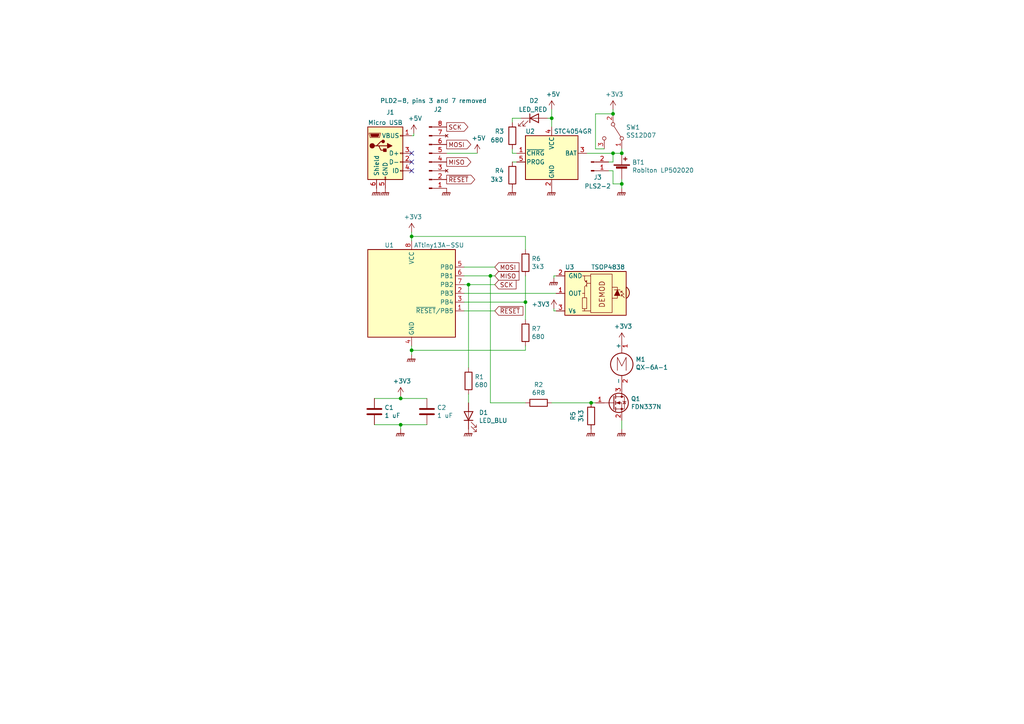
<source format=kicad_sch>
(kicad_sch (version 20211123) (generator eeschema)

  (uuid f3b4a88d-5cf6-48c2-8307-e8780a6b05b0)

  (paper "A4")

  (lib_symbols
    (symbol "Connector:Conn_01x02_Male" (pin_names (offset 1.016) hide) (in_bom yes) (on_board yes)
      (property "Reference" "J" (id 0) (at 0 2.54 0)
        (effects (font (size 1.27 1.27)))
      )
      (property "Value" "Conn_01x02_Male" (id 1) (at 0 -5.08 0)
        (effects (font (size 1.27 1.27)))
      )
      (property "Footprint" "" (id 2) (at 0 0 0)
        (effects (font (size 1.27 1.27)) hide)
      )
      (property "Datasheet" "~" (id 3) (at 0 0 0)
        (effects (font (size 1.27 1.27)) hide)
      )
      (property "ki_keywords" "connector" (id 4) (at 0 0 0)
        (effects (font (size 1.27 1.27)) hide)
      )
      (property "ki_description" "Generic connector, single row, 01x02, script generated (kicad-library-utils/schlib/autogen/connector/)" (id 5) (at 0 0 0)
        (effects (font (size 1.27 1.27)) hide)
      )
      (property "ki_fp_filters" "Connector*:*_1x??_*" (id 6) (at 0 0 0)
        (effects (font (size 1.27 1.27)) hide)
      )
      (symbol "Conn_01x02_Male_1_1"
        (polyline
          (pts
            (xy 1.27 -2.54)
            (xy 0.8636 -2.54)
          )
          (stroke (width 0.1524) (type default) (color 0 0 0 0))
          (fill (type none))
        )
        (polyline
          (pts
            (xy 1.27 0)
            (xy 0.8636 0)
          )
          (stroke (width 0.1524) (type default) (color 0 0 0 0))
          (fill (type none))
        )
        (rectangle (start 0.8636 -2.413) (end 0 -2.667)
          (stroke (width 0.1524) (type default) (color 0 0 0 0))
          (fill (type outline))
        )
        (rectangle (start 0.8636 0.127) (end 0 -0.127)
          (stroke (width 0.1524) (type default) (color 0 0 0 0))
          (fill (type outline))
        )
        (pin passive line (at 5.08 0 180) (length 3.81)
          (name "Pin_1" (effects (font (size 1.27 1.27))))
          (number "1" (effects (font (size 1.27 1.27))))
        )
        (pin passive line (at 5.08 -2.54 180) (length 3.81)
          (name "Pin_2" (effects (font (size 1.27 1.27))))
          (number "2" (effects (font (size 1.27 1.27))))
        )
      )
    )
    (symbol "Device:Battery_Cell" (pin_numbers hide) (pin_names (offset 0) hide) (in_bom yes) (on_board yes)
      (property "Reference" "BT" (id 0) (at 2.54 2.54 0)
        (effects (font (size 1.27 1.27)) (justify left))
      )
      (property "Value" "Battery_Cell" (id 1) (at 2.54 0 0)
        (effects (font (size 1.27 1.27)) (justify left))
      )
      (property "Footprint" "" (id 2) (at 0 1.524 90)
        (effects (font (size 1.27 1.27)) hide)
      )
      (property "Datasheet" "~" (id 3) (at 0 1.524 90)
        (effects (font (size 1.27 1.27)) hide)
      )
      (property "ki_keywords" "battery cell" (id 4) (at 0 0 0)
        (effects (font (size 1.27 1.27)) hide)
      )
      (property "ki_description" "Single-cell battery" (id 5) (at 0 0 0)
        (effects (font (size 1.27 1.27)) hide)
      )
      (symbol "Battery_Cell_0_1"
        (rectangle (start -2.286 1.778) (end 2.286 1.524)
          (stroke (width 0) (type default) (color 0 0 0 0))
          (fill (type outline))
        )
        (rectangle (start -1.5748 1.1938) (end 1.4732 0.6858)
          (stroke (width 0) (type default) (color 0 0 0 0))
          (fill (type outline))
        )
        (polyline
          (pts
            (xy 0 0.762)
            (xy 0 0)
          )
          (stroke (width 0) (type default) (color 0 0 0 0))
          (fill (type none))
        )
        (polyline
          (pts
            (xy 0 1.778)
            (xy 0 2.54)
          )
          (stroke (width 0) (type default) (color 0 0 0 0))
          (fill (type none))
        )
        (polyline
          (pts
            (xy 0.508 3.429)
            (xy 1.524 3.429)
          )
          (stroke (width 0.254) (type default) (color 0 0 0 0))
          (fill (type none))
        )
        (polyline
          (pts
            (xy 1.016 3.937)
            (xy 1.016 2.921)
          )
          (stroke (width 0.254) (type default) (color 0 0 0 0))
          (fill (type none))
        )
      )
      (symbol "Battery_Cell_1_1"
        (pin passive line (at 0 5.08 270) (length 2.54)
          (name "+" (effects (font (size 1.27 1.27))))
          (number "1" (effects (font (size 1.27 1.27))))
        )
        (pin passive line (at 0 -2.54 90) (length 2.54)
          (name "-" (effects (font (size 1.27 1.27))))
          (number "2" (effects (font (size 1.27 1.27))))
        )
      )
    )
    (symbol "Device:C" (pin_numbers hide) (pin_names (offset 0.254)) (in_bom yes) (on_board yes)
      (property "Reference" "C" (id 0) (at 0.635 2.54 0)
        (effects (font (size 1.27 1.27)) (justify left))
      )
      (property "Value" "C" (id 1) (at 0.635 -2.54 0)
        (effects (font (size 1.27 1.27)) (justify left))
      )
      (property "Footprint" "" (id 2) (at 0.9652 -3.81 0)
        (effects (font (size 1.27 1.27)) hide)
      )
      (property "Datasheet" "~" (id 3) (at 0 0 0)
        (effects (font (size 1.27 1.27)) hide)
      )
      (property "ki_keywords" "cap capacitor" (id 4) (at 0 0 0)
        (effects (font (size 1.27 1.27)) hide)
      )
      (property "ki_description" "Unpolarized capacitor" (id 5) (at 0 0 0)
        (effects (font (size 1.27 1.27)) hide)
      )
      (property "ki_fp_filters" "C_*" (id 6) (at 0 0 0)
        (effects (font (size 1.27 1.27)) hide)
      )
      (symbol "C_0_1"
        (polyline
          (pts
            (xy -2.032 -0.762)
            (xy 2.032 -0.762)
          )
          (stroke (width 0.508) (type default) (color 0 0 0 0))
          (fill (type none))
        )
        (polyline
          (pts
            (xy -2.032 0.762)
            (xy 2.032 0.762)
          )
          (stroke (width 0.508) (type default) (color 0 0 0 0))
          (fill (type none))
        )
      )
      (symbol "C_1_1"
        (pin passive line (at 0 3.81 270) (length 2.794)
          (name "~" (effects (font (size 1.27 1.27))))
          (number "1" (effects (font (size 1.27 1.27))))
        )
        (pin passive line (at 0 -3.81 90) (length 2.794)
          (name "~" (effects (font (size 1.27 1.27))))
          (number "2" (effects (font (size 1.27 1.27))))
        )
      )
    )
    (symbol "Device:LED" (pin_numbers hide) (pin_names (offset 1.016) hide) (in_bom yes) (on_board yes)
      (property "Reference" "D" (id 0) (at 0 2.54 0)
        (effects (font (size 1.27 1.27)))
      )
      (property "Value" "LED" (id 1) (at 0 -2.54 0)
        (effects (font (size 1.27 1.27)))
      )
      (property "Footprint" "" (id 2) (at 0 0 0)
        (effects (font (size 1.27 1.27)) hide)
      )
      (property "Datasheet" "~" (id 3) (at 0 0 0)
        (effects (font (size 1.27 1.27)) hide)
      )
      (property "ki_keywords" "LED diode" (id 4) (at 0 0 0)
        (effects (font (size 1.27 1.27)) hide)
      )
      (property "ki_description" "Light emitting diode" (id 5) (at 0 0 0)
        (effects (font (size 1.27 1.27)) hide)
      )
      (property "ki_fp_filters" "LED* LED_SMD:* LED_THT:*" (id 6) (at 0 0 0)
        (effects (font (size 1.27 1.27)) hide)
      )
      (symbol "LED_0_1"
        (polyline
          (pts
            (xy -1.27 -1.27)
            (xy -1.27 1.27)
          )
          (stroke (width 0.254) (type default) (color 0 0 0 0))
          (fill (type none))
        )
        (polyline
          (pts
            (xy -1.27 0)
            (xy 1.27 0)
          )
          (stroke (width 0) (type default) (color 0 0 0 0))
          (fill (type none))
        )
        (polyline
          (pts
            (xy 1.27 -1.27)
            (xy 1.27 1.27)
            (xy -1.27 0)
            (xy 1.27 -1.27)
          )
          (stroke (width 0.254) (type default) (color 0 0 0 0))
          (fill (type none))
        )
        (polyline
          (pts
            (xy -3.048 -0.762)
            (xy -4.572 -2.286)
            (xy -3.81 -2.286)
            (xy -4.572 -2.286)
            (xy -4.572 -1.524)
          )
          (stroke (width 0) (type default) (color 0 0 0 0))
          (fill (type none))
        )
        (polyline
          (pts
            (xy -1.778 -0.762)
            (xy -3.302 -2.286)
            (xy -2.54 -2.286)
            (xy -3.302 -2.286)
            (xy -3.302 -1.524)
          )
          (stroke (width 0) (type default) (color 0 0 0 0))
          (fill (type none))
        )
      )
      (symbol "LED_1_1"
        (pin passive line (at -3.81 0 0) (length 2.54)
          (name "K" (effects (font (size 1.27 1.27))))
          (number "1" (effects (font (size 1.27 1.27))))
        )
        (pin passive line (at 3.81 0 180) (length 2.54)
          (name "A" (effects (font (size 1.27 1.27))))
          (number "2" (effects (font (size 1.27 1.27))))
        )
      )
    )
    (symbol "Device:R" (pin_numbers hide) (pin_names (offset 0)) (in_bom yes) (on_board yes)
      (property "Reference" "R" (id 0) (at 2.032 0 90)
        (effects (font (size 1.27 1.27)))
      )
      (property "Value" "R" (id 1) (at 0 0 90)
        (effects (font (size 1.27 1.27)))
      )
      (property "Footprint" "" (id 2) (at -1.778 0 90)
        (effects (font (size 1.27 1.27)) hide)
      )
      (property "Datasheet" "~" (id 3) (at 0 0 0)
        (effects (font (size 1.27 1.27)) hide)
      )
      (property "ki_keywords" "R res resistor" (id 4) (at 0 0 0)
        (effects (font (size 1.27 1.27)) hide)
      )
      (property "ki_description" "Resistor" (id 5) (at 0 0 0)
        (effects (font (size 1.27 1.27)) hide)
      )
      (property "ki_fp_filters" "R_*" (id 6) (at 0 0 0)
        (effects (font (size 1.27 1.27)) hide)
      )
      (symbol "R_0_1"
        (rectangle (start -1.016 -2.54) (end 1.016 2.54)
          (stroke (width 0.254) (type default) (color 0 0 0 0))
          (fill (type none))
        )
      )
      (symbol "R_1_1"
        (pin passive line (at 0 3.81 270) (length 1.27)
          (name "~" (effects (font (size 1.27 1.27))))
          (number "1" (effects (font (size 1.27 1.27))))
        )
        (pin passive line (at 0 -3.81 90) (length 1.27)
          (name "~" (effects (font (size 1.27 1.27))))
          (number "2" (effects (font (size 1.27 1.27))))
        )
      )
    )
    (symbol "Motor:Motor_DC" (pin_names (offset 0)) (in_bom yes) (on_board yes)
      (property "Reference" "M" (id 0) (at 2.54 2.54 0)
        (effects (font (size 1.27 1.27)) (justify left))
      )
      (property "Value" "Motor_DC" (id 1) (at 2.54 -5.08 0)
        (effects (font (size 1.27 1.27)) (justify left top))
      )
      (property "Footprint" "" (id 2) (at 0 -2.286 0)
        (effects (font (size 1.27 1.27)) hide)
      )
      (property "Datasheet" "~" (id 3) (at 0 -2.286 0)
        (effects (font (size 1.27 1.27)) hide)
      )
      (property "ki_keywords" "DC Motor" (id 4) (at 0 0 0)
        (effects (font (size 1.27 1.27)) hide)
      )
      (property "ki_description" "DC Motor" (id 5) (at 0 0 0)
        (effects (font (size 1.27 1.27)) hide)
      )
      (property "ki_fp_filters" "PinHeader*P2.54mm* TerminalBlock*" (id 6) (at 0 0 0)
        (effects (font (size 1.27 1.27)) hide)
      )
      (symbol "Motor_DC_0_0"
        (polyline
          (pts
            (xy -1.27 -3.302)
            (xy -1.27 0.508)
            (xy 0 -2.032)
            (xy 1.27 0.508)
            (xy 1.27 -3.302)
          )
          (stroke (width 0) (type default) (color 0 0 0 0))
          (fill (type none))
        )
      )
      (symbol "Motor_DC_0_1"
        (circle (center 0 -1.524) (radius 3.2512)
          (stroke (width 0.254) (type default) (color 0 0 0 0))
          (fill (type none))
        )
        (polyline
          (pts
            (xy 0 -7.62)
            (xy 0 -7.112)
          )
          (stroke (width 0) (type default) (color 0 0 0 0))
          (fill (type none))
        )
        (polyline
          (pts
            (xy 0 -4.7752)
            (xy 0 -5.1816)
          )
          (stroke (width 0) (type default) (color 0 0 0 0))
          (fill (type none))
        )
        (polyline
          (pts
            (xy 0 1.7272)
            (xy 0 2.0828)
          )
          (stroke (width 0) (type default) (color 0 0 0 0))
          (fill (type none))
        )
        (polyline
          (pts
            (xy 0 2.032)
            (xy 0 2.54)
          )
          (stroke (width 0) (type default) (color 0 0 0 0))
          (fill (type none))
        )
      )
      (symbol "Motor_DC_1_1"
        (pin passive line (at 0 5.08 270) (length 2.54)
          (name "+" (effects (font (size 1.27 1.27))))
          (number "1" (effects (font (size 1.27 1.27))))
        )
        (pin passive line (at 0 -7.62 90) (length 2.54)
          (name "-" (effects (font (size 1.27 1.27))))
          (number "2" (effects (font (size 1.27 1.27))))
        )
      )
    )
    (symbol "Switch:SW_SPDT" (pin_names (offset 0) hide) (in_bom yes) (on_board yes)
      (property "Reference" "SW" (id 0) (at 0 4.318 0)
        (effects (font (size 1.27 1.27)))
      )
      (property "Value" "SW_SPDT" (id 1) (at 0 -5.08 0)
        (effects (font (size 1.27 1.27)))
      )
      (property "Footprint" "" (id 2) (at 0 0 0)
        (effects (font (size 1.27 1.27)) hide)
      )
      (property "Datasheet" "~" (id 3) (at 0 0 0)
        (effects (font (size 1.27 1.27)) hide)
      )
      (property "ki_keywords" "switch single-pole double-throw spdt ON-ON" (id 4) (at 0 0 0)
        (effects (font (size 1.27 1.27)) hide)
      )
      (property "ki_description" "Switch, single pole double throw" (id 5) (at 0 0 0)
        (effects (font (size 1.27 1.27)) hide)
      )
      (symbol "SW_SPDT_0_0"
        (circle (center -2.032 0) (radius 0.508)
          (stroke (width 0) (type default) (color 0 0 0 0))
          (fill (type none))
        )
        (circle (center 2.032 -2.54) (radius 0.508)
          (stroke (width 0) (type default) (color 0 0 0 0))
          (fill (type none))
        )
      )
      (symbol "SW_SPDT_0_1"
        (polyline
          (pts
            (xy -1.524 0.254)
            (xy 1.651 2.286)
          )
          (stroke (width 0) (type default) (color 0 0 0 0))
          (fill (type none))
        )
        (circle (center 2.032 2.54) (radius 0.508)
          (stroke (width 0) (type default) (color 0 0 0 0))
          (fill (type none))
        )
      )
      (symbol "SW_SPDT_1_1"
        (pin passive line (at 5.08 2.54 180) (length 2.54)
          (name "A" (effects (font (size 1.27 1.27))))
          (number "1" (effects (font (size 1.27 1.27))))
        )
        (pin passive line (at -5.08 0 0) (length 2.54)
          (name "B" (effects (font (size 1.27 1.27))))
          (number "2" (effects (font (size 1.27 1.27))))
        )
        (pin passive line (at 5.08 -2.54 180) (length 2.54)
          (name "C" (effects (font (size 1.27 1.27))))
          (number "3" (effects (font (size 1.27 1.27))))
        )
      )
    )
    (symbol "power:+3.3V" (power) (pin_names (offset 0)) (in_bom yes) (on_board yes)
      (property "Reference" "#PWR" (id 0) (at 0 -3.81 0)
        (effects (font (size 1.27 1.27)) hide)
      )
      (property "Value" "+3.3V" (id 1) (at 0 3.556 0)
        (effects (font (size 1.27 1.27)))
      )
      (property "Footprint" "" (id 2) (at 0 0 0)
        (effects (font (size 1.27 1.27)) hide)
      )
      (property "Datasheet" "" (id 3) (at 0 0 0)
        (effects (font (size 1.27 1.27)) hide)
      )
      (property "ki_keywords" "power-flag" (id 4) (at 0 0 0)
        (effects (font (size 1.27 1.27)) hide)
      )
      (property "ki_description" "Power symbol creates a global label with name \"+3.3V\"" (id 5) (at 0 0 0)
        (effects (font (size 1.27 1.27)) hide)
      )
      (symbol "+3.3V_0_1"
        (polyline
          (pts
            (xy -0.762 1.27)
            (xy 0 2.54)
          )
          (stroke (width 0) (type default) (color 0 0 0 0))
          (fill (type none))
        )
        (polyline
          (pts
            (xy 0 0)
            (xy 0 2.54)
          )
          (stroke (width 0) (type default) (color 0 0 0 0))
          (fill (type none))
        )
        (polyline
          (pts
            (xy 0 2.54)
            (xy 0.762 1.27)
          )
          (stroke (width 0) (type default) (color 0 0 0 0))
          (fill (type none))
        )
      )
      (symbol "+3.3V_1_1"
        (pin power_in line (at 0 0 90) (length 0) hide
          (name "+3V3" (effects (font (size 1.27 1.27))))
          (number "1" (effects (font (size 1.27 1.27))))
        )
      )
    )
    (symbol "power:+5V" (power) (pin_names (offset 0)) (in_bom yes) (on_board yes)
      (property "Reference" "#PWR" (id 0) (at 0 -3.81 0)
        (effects (font (size 1.27 1.27)) hide)
      )
      (property "Value" "+5V" (id 1) (at 0 3.556 0)
        (effects (font (size 1.27 1.27)))
      )
      (property "Footprint" "" (id 2) (at 0 0 0)
        (effects (font (size 1.27 1.27)) hide)
      )
      (property "Datasheet" "" (id 3) (at 0 0 0)
        (effects (font (size 1.27 1.27)) hide)
      )
      (property "ki_keywords" "power-flag" (id 4) (at 0 0 0)
        (effects (font (size 1.27 1.27)) hide)
      )
      (property "ki_description" "Power symbol creates a global label with name \"+5V\"" (id 5) (at 0 0 0)
        (effects (font (size 1.27 1.27)) hide)
      )
      (symbol "+5V_0_1"
        (polyline
          (pts
            (xy -0.762 1.27)
            (xy 0 2.54)
          )
          (stroke (width 0) (type default) (color 0 0 0 0))
          (fill (type none))
        )
        (polyline
          (pts
            (xy 0 0)
            (xy 0 2.54)
          )
          (stroke (width 0) (type default) (color 0 0 0 0))
          (fill (type none))
        )
        (polyline
          (pts
            (xy 0 2.54)
            (xy 0.762 1.27)
          )
          (stroke (width 0) (type default) (color 0 0 0 0))
          (fill (type none))
        )
      )
      (symbol "+5V_1_1"
        (pin power_in line (at 0 0 90) (length 0) hide
          (name "+5V" (effects (font (size 1.27 1.27))))
          (number "1" (effects (font (size 1.27 1.27))))
        )
      )
    )
    (symbol "power:GNDPWR" (power) (pin_names (offset 0)) (in_bom yes) (on_board yes)
      (property "Reference" "#PWR" (id 0) (at 0 -5.08 0)
        (effects (font (size 1.27 1.27)) hide)
      )
      (property "Value" "GNDPWR" (id 1) (at 0 -3.302 0)
        (effects (font (size 1.27 1.27)))
      )
      (property "Footprint" "" (id 2) (at 0 -1.27 0)
        (effects (font (size 1.27 1.27)) hide)
      )
      (property "Datasheet" "" (id 3) (at 0 -1.27 0)
        (effects (font (size 1.27 1.27)) hide)
      )
      (property "ki_keywords" "power-flag" (id 4) (at 0 0 0)
        (effects (font (size 1.27 1.27)) hide)
      )
      (property "ki_description" "Power symbol creates a global label with name \"GNDPWR\" , power ground" (id 5) (at 0 0 0)
        (effects (font (size 1.27 1.27)) hide)
      )
      (symbol "GNDPWR_0_1"
        (polyline
          (pts
            (xy 0 -1.27)
            (xy 0 0)
          )
          (stroke (width 0) (type default) (color 0 0 0 0))
          (fill (type none))
        )
        (polyline
          (pts
            (xy -1.016 -1.27)
            (xy -1.27 -2.032)
            (xy -1.27 -2.032)
          )
          (stroke (width 0.2032) (type default) (color 0 0 0 0))
          (fill (type none))
        )
        (polyline
          (pts
            (xy -0.508 -1.27)
            (xy -0.762 -2.032)
            (xy -0.762 -2.032)
          )
          (stroke (width 0.2032) (type default) (color 0 0 0 0))
          (fill (type none))
        )
        (polyline
          (pts
            (xy 0 -1.27)
            (xy -0.254 -2.032)
            (xy -0.254 -2.032)
          )
          (stroke (width 0.2032) (type default) (color 0 0 0 0))
          (fill (type none))
        )
        (polyline
          (pts
            (xy 0.508 -1.27)
            (xy 0.254 -2.032)
            (xy 0.254 -2.032)
          )
          (stroke (width 0.2032) (type default) (color 0 0 0 0))
          (fill (type none))
        )
        (polyline
          (pts
            (xy 1.016 -1.27)
            (xy -1.016 -1.27)
            (xy -1.016 -1.27)
          )
          (stroke (width 0.2032) (type default) (color 0 0 0 0))
          (fill (type none))
        )
        (polyline
          (pts
            (xy 1.016 -1.27)
            (xy 0.762 -2.032)
            (xy 0.762 -2.032)
            (xy 0.762 -2.032)
          )
          (stroke (width 0.2032) (type default) (color 0 0 0 0))
          (fill (type none))
        )
      )
      (symbol "GNDPWR_1_1"
        (pin power_in line (at 0 0 270) (length 0) hide
          (name "GNDPWR" (effects (font (size 1.27 1.27))))
          (number "1" (effects (font (size 1.27 1.27))))
        )
      )
    )
    (symbol "swarmobot:ATtiny13A-SSU" (in_bom yes) (on_board yes)
      (property "Reference" "U" (id 0) (at -12.7 13.97 0)
        (effects (font (size 1.27 1.27)) (justify left bottom))
      )
      (property "Value" "ATtiny13A-SSU" (id 1) (at 2.54 -13.97 0)
        (effects (font (size 1.27 1.27)) (justify left top))
      )
      (property "Footprint" "Package_SO:SOIC-8_3.9x4.9mm_P1.27mm" (id 2) (at 0 0 0)
        (effects (font (size 1.27 1.27) italic) hide)
      )
      (property "Datasheet" "https://ww1.microchip.com/downloads/en/DeviceDoc/ATtiny13A-Data-Sheet-DS40002307A.pdf" (id 3) (at 0 0 0)
        (effects (font (size 1.27 1.27)) hide)
      )
      (property "ki_keywords" "MCU AVR ATTiny" (id 4) (at 0 0 0)
        (effects (font (size 1.27 1.27)) hide)
      )
      (property "ki_description" "ATtiny13A-SSU, AVR MCU, 20MHz, 1KB Flash [SO-8, 0.150\"]" (id 5) (at 0 0 0)
        (effects (font (size 1.27 1.27)) hide)
      )
      (property "ki_fp_filters" "SOIC*3.9x4.9mm*P1.27mm*" (id 6) (at 0 0 0)
        (effects (font (size 1.27 1.27)) hide)
      )
      (symbol "ATtiny13A-SSU_0_1"
        (rectangle (start -12.7 -12.7) (end 12.7 12.7)
          (stroke (width 0.254) (type default) (color 0 0 0 0))
          (fill (type background))
        )
      )
      (symbol "ATtiny13A-SSU_1_1"
        (pin bidirectional line (at 15.24 -5.08 180) (length 2.54)
          (name "~{RESET}/PB5" (effects (font (size 1.27 1.27))))
          (number "1" (effects (font (size 1.27 1.27))))
        )
        (pin bidirectional line (at 15.24 0 180) (length 2.54)
          (name "PB3" (effects (font (size 1.27 1.27))))
          (number "2" (effects (font (size 1.27 1.27))))
        )
        (pin bidirectional line (at 15.24 -2.54 180) (length 2.54)
          (name "PB4" (effects (font (size 1.27 1.27))))
          (number "3" (effects (font (size 1.27 1.27))))
        )
        (pin power_in line (at 0 -15.24 90) (length 2.54)
          (name "GND" (effects (font (size 1.27 1.27))))
          (number "4" (effects (font (size 1.27 1.27))))
        )
        (pin bidirectional line (at 15.24 7.62 180) (length 2.54)
          (name "PB0" (effects (font (size 1.27 1.27))))
          (number "5" (effects (font (size 1.27 1.27))))
        )
        (pin bidirectional line (at 15.24 5.08 180) (length 2.54)
          (name "PB1" (effects (font (size 1.27 1.27))))
          (number "6" (effects (font (size 1.27 1.27))))
        )
        (pin bidirectional line (at 15.24 2.54 180) (length 2.54)
          (name "PB2" (effects (font (size 1.27 1.27))))
          (number "7" (effects (font (size 1.27 1.27))))
        )
        (pin power_in line (at 0 15.24 270) (length 2.54)
          (name "VCC" (effects (font (size 1.27 1.27))))
          (number "8" (effects (font (size 1.27 1.27))))
        )
      )
    )
    (symbol "swarmobot:Conn_PLD8_nocontacts37" (pin_names (offset 1.016) hide) (in_bom yes) (on_board yes)
      (property "Reference" "J" (id 0) (at 0 10.16 0)
        (effects (font (size 1.27 1.27)))
      )
      (property "Value" "Conn_PLD8_nocontacts37" (id 1) (at 0 -12.7 0)
        (effects (font (size 1.27 1.27)))
      )
      (property "Footprint" "" (id 2) (at 0 0 0)
        (effects (font (size 1.27 1.27)) hide)
      )
      (property "Datasheet" "~" (id 3) (at 0 0 0)
        (effects (font (size 1.27 1.27)) hide)
      )
      (property "ki_keywords" "connector" (id 4) (at 0 0 0)
        (effects (font (size 1.27 1.27)) hide)
      )
      (property "ki_description" "PLD8 male connector, contacts 3 and 7 removed" (id 5) (at 0 0 0)
        (effects (font (size 1.27 1.27)) hide)
      )
      (property "ki_fp_filters" "Connector*:*_1x??_*" (id 6) (at 0 0 0)
        (effects (font (size 1.27 1.27)) hide)
      )
      (symbol "Conn_PLD8_nocontacts37_1_1"
        (polyline
          (pts
            (xy 1.27 -10.16)
            (xy 0.8636 -10.16)
          )
          (stroke (width 0.1524) (type default) (color 0 0 0 0))
          (fill (type none))
        )
        (polyline
          (pts
            (xy 1.27 -7.62)
            (xy 0.8636 -7.62)
          )
          (stroke (width 0.1524) (type default) (color 0 0 0 0))
          (fill (type none))
        )
        (polyline
          (pts
            (xy 1.27 -5.08)
            (xy 0.8636 -5.08)
          )
          (stroke (width 0.1524) (type default) (color 0 0 0 0))
          (fill (type none))
        )
        (polyline
          (pts
            (xy 1.27 -2.54)
            (xy 0.8636 -2.54)
          )
          (stroke (width 0.1524) (type default) (color 0 0 0 0))
          (fill (type none))
        )
        (polyline
          (pts
            (xy 1.27 0)
            (xy 0.8636 0)
          )
          (stroke (width 0.1524) (type default) (color 0 0 0 0))
          (fill (type none))
        )
        (polyline
          (pts
            (xy 1.27 2.54)
            (xy 0.8636 2.54)
          )
          (stroke (width 0.1524) (type default) (color 0 0 0 0))
          (fill (type none))
        )
        (polyline
          (pts
            (xy 1.27 5.08)
            (xy 0.8636 5.08)
          )
          (stroke (width 0.1524) (type default) (color 0 0 0 0))
          (fill (type none))
        )
        (polyline
          (pts
            (xy 1.27 7.62)
            (xy 0.8636 7.62)
          )
          (stroke (width 0.1524) (type default) (color 0 0 0 0))
          (fill (type none))
        )
        (rectangle (start 0.8636 -10.033) (end 0 -10.287)
          (stroke (width 0.1524) (type default) (color 0 0 0 0))
          (fill (type outline))
        )
        (rectangle (start 0.8636 -7.493) (end 0 -7.747)
          (stroke (width 0.1524) (type default) (color 0 0 0 0))
          (fill (type outline))
        )
        (rectangle (start 0.8636 -4.953) (end 0 -5.207)
          (stroke (width 0.1524) (type default) (color 0 0 0 0))
          (fill (type outline))
        )
        (rectangle (start 0.8636 -2.413) (end 0 -2.667)
          (stroke (width 0.1524) (type default) (color 0 0 0 0))
          (fill (type outline))
        )
        (rectangle (start 0.8636 0.127) (end 0 -0.127)
          (stroke (width 0.1524) (type default) (color 0 0 0 0))
          (fill (type outline))
        )
        (rectangle (start 0.8636 2.667) (end 0 2.413)
          (stroke (width 0.1524) (type default) (color 0 0 0 0))
          (fill (type outline))
        )
        (rectangle (start 0.8636 5.207) (end 0 4.953)
          (stroke (width 0.1524) (type default) (color 0 0 0 0))
          (fill (type outline))
        )
        (rectangle (start 0.8636 7.747) (end 0 7.493)
          (stroke (width 0.1524) (type default) (color 0 0 0 0))
          (fill (type outline))
        )
        (pin passive line (at 5.08 7.62 180) (length 3.81)
          (name "Pin_1" (effects (font (size 1.27 1.27))))
          (number "1" (effects (font (size 1.27 1.27))))
        )
        (pin passive line (at 5.08 5.08 180) (length 3.81)
          (name "Pin_2" (effects (font (size 1.27 1.27))))
          (number "2" (effects (font (size 1.27 1.27))))
        )
        (pin no_connect line (at 5.08 2.54 180) (length 3.81)
          (name "Pin_3" (effects (font (size 1.27 1.27))))
          (number "3" (effects (font (size 1.27 1.27))))
        )
        (pin passive line (at 5.08 0 180) (length 3.81)
          (name "Pin_4" (effects (font (size 1.27 1.27))))
          (number "4" (effects (font (size 1.27 1.27))))
        )
        (pin passive line (at 5.08 -2.54 180) (length 3.81)
          (name "Pin_5" (effects (font (size 1.27 1.27))))
          (number "5" (effects (font (size 1.27 1.27))))
        )
        (pin passive line (at 5.08 -5.08 180) (length 3.81)
          (name "Pin_6" (effects (font (size 1.27 1.27))))
          (number "6" (effects (font (size 1.27 1.27))))
        )
        (pin no_connect line (at 5.08 -7.62 180) (length 3.81)
          (name "Pin_7" (effects (font (size 1.27 1.27))))
          (number "7" (effects (font (size 1.27 1.27))))
        )
        (pin passive line (at 5.08 -10.16 180) (length 3.81)
          (name "Pin_8" (effects (font (size 1.27 1.27))))
          (number "8" (effects (font (size 1.27 1.27))))
        )
      )
    )
    (symbol "swarmobot:FDN337N" (pin_names hide) (in_bom yes) (on_board yes)
      (property "Reference" "Q" (id 0) (at 5.08 1.905 0)
        (effects (font (size 1.27 1.27)) (justify left))
      )
      (property "Value" "FDN337N" (id 1) (at 5.08 0 0)
        (effects (font (size 1.27 1.27)) (justify left))
      )
      (property "Footprint" "Package_TO_SOT_SMD:SOT-23" (id 2) (at 5.08 -1.905 0)
        (effects (font (size 1.27 1.27) italic) (justify left) hide)
      )
      (property "Datasheet" "https://www.onsemi.com/pdf/datasheet/fdn337n-d.pdf" (id 3) (at 0 0 0)
        (effects (font (size 1.27 1.27)) (justify left) hide)
      )
      (property "ki_keywords" "N-Channel Switching MOSFET" (id 4) (at 0 0 0)
        (effects (font (size 1.27 1.27)) hide)
      )
      (property "ki_description" "2.2A Id, 30V Vds, N-Channel MOSFET, SOT-23" (id 5) (at 0 0 0)
        (effects (font (size 1.27 1.27)) hide)
      )
      (property "ki_fp_filters" "SOT?23*" (id 6) (at 0 0 0)
        (effects (font (size 1.27 1.27)) hide)
      )
      (symbol "FDN337N_0_1"
        (polyline
          (pts
            (xy 0.254 0)
            (xy -2.54 0)
          )
          (stroke (width 0) (type default) (color 0 0 0 0))
          (fill (type none))
        )
        (polyline
          (pts
            (xy 0.254 1.905)
            (xy 0.254 -1.905)
          )
          (stroke (width 0.254) (type default) (color 0 0 0 0))
          (fill (type none))
        )
        (polyline
          (pts
            (xy 0.762 -1.27)
            (xy 0.762 -2.286)
          )
          (stroke (width 0.254) (type default) (color 0 0 0 0))
          (fill (type none))
        )
        (polyline
          (pts
            (xy 0.762 0.508)
            (xy 0.762 -0.508)
          )
          (stroke (width 0.254) (type default) (color 0 0 0 0))
          (fill (type none))
        )
        (polyline
          (pts
            (xy 0.762 2.286)
            (xy 0.762 1.27)
          )
          (stroke (width 0.254) (type default) (color 0 0 0 0))
          (fill (type none))
        )
        (polyline
          (pts
            (xy 2.54 2.54)
            (xy 2.54 1.778)
          )
          (stroke (width 0) (type default) (color 0 0 0 0))
          (fill (type none))
        )
        (polyline
          (pts
            (xy 2.54 -2.54)
            (xy 2.54 0)
            (xy 0.762 0)
          )
          (stroke (width 0) (type default) (color 0 0 0 0))
          (fill (type none))
        )
        (polyline
          (pts
            (xy 0.762 -1.778)
            (xy 3.302 -1.778)
            (xy 3.302 1.778)
            (xy 0.762 1.778)
          )
          (stroke (width 0) (type default) (color 0 0 0 0))
          (fill (type none))
        )
        (polyline
          (pts
            (xy 1.016 0)
            (xy 2.032 0.381)
            (xy 2.032 -0.381)
            (xy 1.016 0)
          )
          (stroke (width 0) (type default) (color 0 0 0 0))
          (fill (type outline))
        )
        (polyline
          (pts
            (xy 2.794 0.508)
            (xy 2.921 0.381)
            (xy 3.683 0.381)
            (xy 3.81 0.254)
          )
          (stroke (width 0) (type default) (color 0 0 0 0))
          (fill (type none))
        )
        (polyline
          (pts
            (xy 3.302 0.381)
            (xy 2.921 -0.254)
            (xy 3.683 -0.254)
            (xy 3.302 0.381)
          )
          (stroke (width 0) (type default) (color 0 0 0 0))
          (fill (type none))
        )
        (circle (center 1.651 0) (radius 2.794)
          (stroke (width 0.254) (type default) (color 0 0 0 0))
          (fill (type none))
        )
        (circle (center 2.54 -1.778) (radius 0.254)
          (stroke (width 0) (type default) (color 0 0 0 0))
          (fill (type outline))
        )
        (circle (center 2.54 1.778) (radius 0.254)
          (stroke (width 0) (type default) (color 0 0 0 0))
          (fill (type outline))
        )
      )
      (symbol "FDN337N_1_1"
        (pin input line (at -5.08 0 0) (length 2.54)
          (name "G" (effects (font (size 1.27 1.27))))
          (number "1" (effects (font (size 1.27 1.27))))
        )
        (pin passive line (at 2.54 -5.08 90) (length 2.54)
          (name "S" (effects (font (size 1.27 1.27))))
          (number "2" (effects (font (size 1.27 1.27))))
        )
        (pin passive line (at 2.54 5.08 270) (length 2.54)
          (name "D" (effects (font (size 1.27 1.27))))
          (number "3" (effects (font (size 1.27 1.27))))
        )
      )
    )
    (symbol "swarmobot:LTC4054ES5-4.2" (pin_names (offset 0.254)) (in_bom yes) (on_board yes)
      (property "Reference" "U" (id 0) (at -5.842 6.604 0)
        (effects (font (size 1.27 1.27)))
      )
      (property "Value" "LTC4054ES5-4.2" (id 1) (at 1.524 6.604 0)
        (effects (font (size 1.27 1.27)) (justify left))
      )
      (property "Footprint" "Package_TO_SOT_SMD:TSOT-23-5" (id 2) (at 0 -12.7 0)
        (effects (font (size 1.27 1.27)) hide)
      )
      (property "Datasheet" "https://www.analog.com/media/en/technical-documentation/data-sheets/405442xf.pdf" (id 3) (at 0 -2.54 0)
        (effects (font (size 1.27 1.27)) hide)
      )
      (property "ki_keywords" "Constant-current constant-voltage linear charger single cell lithium-ion battery" (id 4) (at 0 0 0)
        (effects (font (size 1.27 1.27)) hide)
      )
      (property "ki_description" "Constant-current/constant-voltage linear charger for single cell lithium-ion batteries with 2.9V Trickle Charge, 4.5V to 6.5V VDD, -40 to +85 degree Celcius, TSOT-23-5" (id 5) (at 0 0 0)
        (effects (font (size 1.27 1.27)) hide)
      )
      (property "ki_fp_filters" "TSOT?23*" (id 6) (at 0 0 0)
        (effects (font (size 1.27 1.27)) hide)
      )
      (symbol "LTC4054ES5-4.2_0_1"
        (rectangle (start -7.62 5.08) (end 7.62 -7.62)
          (stroke (width 0.254) (type default) (color 0 0 0 0))
          (fill (type background))
        )
      )
      (symbol "LTC4054ES5-4.2_1_1"
        (pin open_collector line (at -10.16 0 0) (length 2.54)
          (name "~{CHRG}" (effects (font (size 1.27 1.27))))
          (number "1" (effects (font (size 1.27 1.27))))
        )
        (pin power_in line (at 0 -10.16 90) (length 2.54)
          (name "GND" (effects (font (size 1.27 1.27))))
          (number "2" (effects (font (size 1.27 1.27))))
        )
        (pin power_out line (at 10.16 0 180) (length 2.54)
          (name "BAT" (effects (font (size 1.27 1.27))))
          (number "3" (effects (font (size 1.27 1.27))))
        )
        (pin power_in line (at 0 7.62 270) (length 2.54)
          (name "VCC" (effects (font (size 1.27 1.27))))
          (number "4" (effects (font (size 1.27 1.27))))
        )
        (pin bidirectional line (at -10.16 -2.54 0) (length 2.54)
          (name "PROG" (effects (font (size 1.27 1.27))))
          (number "5" (effects (font (size 1.27 1.27))))
        )
      )
    )
    (symbol "swarmobot:TSOP4838" (pin_names (offset 1.016)) (in_bom yes) (on_board yes)
      (property "Reference" "U" (id 0) (at -10.16 7.62 0)
        (effects (font (size 1.27 1.27)) (justify left))
      )
      (property "Value" "TSOP4838" (id 1) (at -10.16 -7.62 0)
        (effects (font (size 1.27 1.27)) (justify left))
      )
      (property "Footprint" "OptoDevice:Vishay_MOLD-3Pin" (id 2) (at -1.27 -9.525 0)
        (effects (font (size 1.27 1.27)) hide)
      )
      (property "Datasheet" "https://www.vishay.com/docs/82459/tsop48.pdf" (id 3) (at 16.51 7.62 0)
        (effects (font (size 1.27 1.27)) hide)
      )
      (property "ki_description" "IR Receiver Module for Remote Control Systems" (id 4) (at 0 0 0)
        (effects (font (size 1.27 1.27)) hide)
      )
      (property "ki_fp_filters" "Vishay*MOLD*" (id 5) (at 0 0 0)
        (effects (font (size 1.27 1.27)) hide)
      )
      (symbol "TSOP4838_0_0"
        (arc (start -10.287 1.397) (mid -11.0899 -0.1905) (end -10.287 -1.778)
          (stroke (width 0.254) (type default) (color 0 0 0 0))
          (fill (type background))
        )
        (polyline
          (pts
            (xy 1.905 -5.08)
            (xy 0.127 -5.08)
          )
          (stroke (width 0) (type default) (color 0 0 0 0))
          (fill (type none))
        )
        (polyline
          (pts
            (xy 1.905 5.08)
            (xy 0.127 5.08)
          )
          (stroke (width 0) (type default) (color 0 0 0 0))
          (fill (type none))
        )
        (text "DEMOD" (at -3.175 0.254 900)
          (effects (font (size 1.524 1.524)))
        )
      )
      (symbol "TSOP4838_0_1"
        (rectangle (start -6.096 5.588) (end 0.127 -5.588)
          (stroke (width 0) (type default) (color 0 0 0 0))
          (fill (type none))
        )
        (polyline
          (pts
            (xy -8.763 0.381)
            (xy -9.652 1.27)
          )
          (stroke (width 0) (type default) (color 0 0 0 0))
          (fill (type none))
        )
        (polyline
          (pts
            (xy -8.763 0.381)
            (xy -9.271 0.381)
          )
          (stroke (width 0) (type default) (color 0 0 0 0))
          (fill (type none))
        )
        (polyline
          (pts
            (xy -8.763 0.381)
            (xy -8.763 0.889)
          )
          (stroke (width 0) (type default) (color 0 0 0 0))
          (fill (type none))
        )
        (polyline
          (pts
            (xy -8.636 -0.635)
            (xy -9.525 0.254)
          )
          (stroke (width 0) (type default) (color 0 0 0 0))
          (fill (type none))
        )
        (polyline
          (pts
            (xy -8.636 -0.635)
            (xy -9.144 -0.635)
          )
          (stroke (width 0) (type default) (color 0 0 0 0))
          (fill (type none))
        )
        (polyline
          (pts
            (xy -8.636 -0.635)
            (xy -8.636 -0.127)
          )
          (stroke (width 0) (type default) (color 0 0 0 0))
          (fill (type none))
        )
        (polyline
          (pts
            (xy -8.382 -1.016)
            (xy -6.731 -1.016)
          )
          (stroke (width 0) (type default) (color 0 0 0 0))
          (fill (type none))
        )
        (polyline
          (pts
            (xy 1.27 -2.921)
            (xy 0.127 -2.921)
          )
          (stroke (width 0) (type default) (color 0 0 0 0))
          (fill (type none))
        )
        (polyline
          (pts
            (xy 1.27 -1.905)
            (xy 1.27 -3.81)
          )
          (stroke (width 0) (type default) (color 0 0 0 0))
          (fill (type none))
        )
        (polyline
          (pts
            (xy 1.397 -3.556)
            (xy 1.524 -3.556)
          )
          (stroke (width 0) (type default) (color 0 0 0 0))
          (fill (type none))
        )
        (polyline
          (pts
            (xy 1.651 -3.556)
            (xy 1.524 -3.556)
          )
          (stroke (width 0) (type default) (color 0 0 0 0))
          (fill (type none))
        )
        (polyline
          (pts
            (xy 1.651 -3.556)
            (xy 1.651 -3.302)
          )
          (stroke (width 0) (type default) (color 0 0 0 0))
          (fill (type none))
        )
        (polyline
          (pts
            (xy 1.905 0)
            (xy 1.905 1.27)
          )
          (stroke (width 0) (type default) (color 0 0 0 0))
          (fill (type none))
        )
        (polyline
          (pts
            (xy 1.905 4.445)
            (xy 1.905 5.08)
            (xy 2.54 5.08)
          )
          (stroke (width 0) (type default) (color 0 0 0 0))
          (fill (type none))
        )
        (polyline
          (pts
            (xy -8.382 0.635)
            (xy -6.731 0.635)
            (xy -7.62 -1.016)
            (xy -8.382 0.635)
          )
          (stroke (width 0) (type default) (color 0 0 0 0))
          (fill (type outline))
        )
        (polyline
          (pts
            (xy -6.096 1.397)
            (xy -7.62 1.397)
            (xy -7.62 -1.778)
            (xy -6.096 -1.778)
          )
          (stroke (width 0) (type default) (color 0 0 0 0))
          (fill (type none))
        )
        (polyline
          (pts
            (xy 1.27 -3.175)
            (xy 1.905 -3.81)
            (xy 1.905 -5.08)
            (xy 2.54 -5.08)
          )
          (stroke (width 0) (type default) (color 0 0 0 0))
          (fill (type none))
        )
        (polyline
          (pts
            (xy 1.27 -2.54)
            (xy 1.905 -1.905)
            (xy 1.905 0)
            (xy 2.54 0)
          )
          (stroke (width 0) (type default) (color 0 0 0 0))
          (fill (type none))
        )
        (rectangle (start 2.54 1.27) (end 1.27 4.445)
          (stroke (width 0) (type default) (color 0 0 0 0))
          (fill (type none))
        )
        (rectangle (start 7.62 6.35) (end -10.16 -6.35)
          (stroke (width 0.254) (type default) (color 0 0 0 0))
          (fill (type background))
        )
      )
      (symbol "TSOP4838_1_1"
        (pin output line (at 10.16 0 180) (length 2.54)
          (name "OUT" (effects (font (size 1.27 1.27))))
          (number "1" (effects (font (size 1.27 1.27))))
        )
        (pin power_in line (at 10.16 -5.08 180) (length 2.54)
          (name "GND" (effects (font (size 1.27 1.27))))
          (number "2" (effects (font (size 1.27 1.27))))
        )
        (pin power_in line (at 10.16 5.08 180) (length 2.54)
          (name "Vs" (effects (font (size 1.27 1.27))))
          (number "3" (effects (font (size 1.27 1.27))))
        )
      )
    )
    (symbol "swarmobot:USB_Micro_B_ali3" (pin_names (offset 1.016)) (in_bom yes) (on_board yes)
      (property "Reference" "J" (id 0) (at -5.08 11.43 0)
        (effects (font (size 1.27 1.27)) (justify left))
      )
      (property "Value" "USB_Micro_B_ali3" (id 1) (at -5.08 8.89 0)
        (effects (font (size 1.27 1.27)) (justify left))
      )
      (property "Footprint" "" (id 2) (at 3.81 -1.27 0)
        (effects (font (size 1.27 1.27)) hide)
      )
      (property "Datasheet" "~" (id 3) (at 3.81 -1.27 0)
        (effects (font (size 1.27 1.27)) hide)
      )
      (property "ki_keywords" "connector USB micro" (id 4) (at 0 0 0)
        (effects (font (size 1.27 1.27)) hide)
      )
      (property "ki_description" "USB Micro Type B connector" (id 5) (at 0 0 0)
        (effects (font (size 1.27 1.27)) hide)
      )
      (property "ki_fp_filters" "USB*" (id 6) (at 0 0 0)
        (effects (font (size 1.27 1.27)) hide)
      )
      (symbol "USB_Micro_B_ali3_0_1"
        (rectangle (start -5.08 -7.62) (end 5.08 7.62)
          (stroke (width 0.254) (type default) (color 0 0 0 0))
          (fill (type background))
        )
        (circle (center -3.81 2.159) (radius 0.635)
          (stroke (width 0.254) (type default) (color 0 0 0 0))
          (fill (type outline))
        )
        (circle (center -0.635 3.429) (radius 0.381)
          (stroke (width 0.254) (type default) (color 0 0 0 0))
          (fill (type outline))
        )
        (rectangle (start -0.127 -7.62) (end 0.127 -6.858)
          (stroke (width 0) (type default) (color 0 0 0 0))
          (fill (type none))
        )
        (polyline
          (pts
            (xy -1.905 2.159)
            (xy 0.635 2.159)
          )
          (stroke (width 0.254) (type default) (color 0 0 0 0))
          (fill (type none))
        )
        (polyline
          (pts
            (xy -3.175 2.159)
            (xy -2.54 2.159)
            (xy -1.27 3.429)
            (xy -0.635 3.429)
          )
          (stroke (width 0.254) (type default) (color 0 0 0 0))
          (fill (type none))
        )
        (polyline
          (pts
            (xy -2.54 2.159)
            (xy -1.905 2.159)
            (xy -1.27 0.889)
            (xy 0 0.889)
          )
          (stroke (width 0.254) (type default) (color 0 0 0 0))
          (fill (type none))
        )
        (polyline
          (pts
            (xy 0.635 2.794)
            (xy 0.635 1.524)
            (xy 1.905 2.159)
            (xy 0.635 2.794)
          )
          (stroke (width 0.254) (type default) (color 0 0 0 0))
          (fill (type outline))
        )
        (polyline
          (pts
            (xy -4.318 5.588)
            (xy -1.778 5.588)
            (xy -2.032 4.826)
            (xy -4.064 4.826)
            (xy -4.318 5.588)
          )
          (stroke (width 0) (type default) (color 0 0 0 0))
          (fill (type outline))
        )
        (polyline
          (pts
            (xy -4.699 5.842)
            (xy -4.699 5.588)
            (xy -4.445 4.826)
            (xy -4.445 4.572)
            (xy -1.651 4.572)
            (xy -1.651 4.826)
            (xy -1.397 5.588)
            (xy -1.397 5.842)
            (xy -4.699 5.842)
          )
          (stroke (width 0) (type default) (color 0 0 0 0))
          (fill (type none))
        )
        (rectangle (start 0.254 1.27) (end -0.508 0.508)
          (stroke (width 0.254) (type default) (color 0 0 0 0))
          (fill (type outline))
        )
        (rectangle (start 5.08 -5.207) (end 4.318 -4.953)
          (stroke (width 0) (type default) (color 0 0 0 0))
          (fill (type none))
        )
        (rectangle (start 5.08 -2.667) (end 4.318 -2.413)
          (stroke (width 0) (type default) (color 0 0 0 0))
          (fill (type none))
        )
        (rectangle (start 5.08 -0.127) (end 4.318 0.127)
          (stroke (width 0) (type default) (color 0 0 0 0))
          (fill (type none))
        )
        (rectangle (start 5.08 4.953) (end 4.318 5.207)
          (stroke (width 0) (type default) (color 0 0 0 0))
          (fill (type none))
        )
      )
      (symbol "USB_Micro_B_ali3_1_1"
        (pin power_out line (at 7.62 5.08 180) (length 2.54)
          (name "VBUS" (effects (font (size 1.27 1.27))))
          (number "1" (effects (font (size 1.27 1.27))))
        )
        (pin bidirectional line (at 7.62 -2.54 180) (length 2.54)
          (name "D-" (effects (font (size 1.27 1.27))))
          (number "2" (effects (font (size 1.27 1.27))))
        )
        (pin bidirectional line (at 7.62 0 180) (length 2.54)
          (name "D+" (effects (font (size 1.27 1.27))))
          (number "3" (effects (font (size 1.27 1.27))))
        )
        (pin passive line (at 7.62 -5.08 180) (length 2.54)
          (name "ID" (effects (font (size 1.27 1.27))))
          (number "4" (effects (font (size 1.27 1.27))))
        )
        (pin power_out line (at 0 -10.16 90) (length 2.54)
          (name "GND" (effects (font (size 1.27 1.27))))
          (number "5" (effects (font (size 1.27 1.27))))
        )
        (pin passive line (at -2.54 -10.16 90) (length 2.54)
          (name "Shield" (effects (font (size 1.27 1.27))))
          (number "6" (effects (font (size 1.27 1.27))))
        )
      )
    )
  )

  (junction (at 119.38 68.58) (diameter 0) (color 0 0 0 0)
    (uuid 01fe9fb7-06d5-4371-9b0e-604e01bbefc3)
  )
  (junction (at 116.205 115.57) (diameter 0) (color 0 0 0 0)
    (uuid 4155fb2a-55c1-4d1b-909a-31b8c86798c6)
  )
  (junction (at 180.34 44.45) (diameter 0) (color 0 0 0 0)
    (uuid 52f85597-0670-4117-b650-40974d43a0f6)
  )
  (junction (at 160.02 34.29) (diameter 0) (color 0 0 0 0)
    (uuid 77bfba0e-b94a-49fe-a8a6-97610e4a171a)
  )
  (junction (at 180.34 53.34) (diameter 0) (color 0 0 0 0)
    (uuid 7af25fa7-00d8-40d4-a118-f27e4cfc1b67)
  )
  (junction (at 177.8 44.45) (diameter 0) (color 0 0 0 0)
    (uuid 8f63659c-c603-4a49-91ab-48455b7aabd8)
  )
  (junction (at 135.89 82.55) (diameter 0) (color 0 0 0 0)
    (uuid 99d56a2e-3dee-4913-88c7-3e7ad57c9502)
  )
  (junction (at 119.38 101.6) (diameter 0) (color 0 0 0 0)
    (uuid a9940410-4423-4e80-8ac9-5771da129e26)
  )
  (junction (at 177.8 33.02) (diameter 0) (color 0 0 0 0)
    (uuid ad5b9c46-0eeb-4a89-8549-f15938a9e5e8)
  )
  (junction (at 152.4 87.63) (diameter 0) (color 0 0 0 0)
    (uuid b417e74c-7760-4483-a1c0-f94320b4e54d)
  )
  (junction (at 116.205 123.19) (diameter 0) (color 0 0 0 0)
    (uuid eeecfd0e-304d-483d-a428-624abc5b0135)
  )
  (junction (at 171.45 116.84) (diameter 0) (color 0 0 0 0)
    (uuid f755b559-a9e0-4e4a-a8a2-f3623bac4df7)
  )
  (junction (at 142.24 80.01) (diameter 0) (color 0 0 0 0)
    (uuid fa4e6e49-dee7-4035-8a78-4d2065320f76)
  )

  (no_connect (at 119.38 44.45) (uuid 3d550a43-dc82-426d-9c90-ad33b8eff08e))
  (no_connect (at 119.38 46.99) (uuid 45c5e3f9-fd1e-4b7a-b297-09e2fcfdb887))
  (no_connect (at 119.38 49.53) (uuid c8af5c52-f33f-499e-9f74-77425f3f2964))

  (wire (pts (xy 180.34 43.18) (xy 180.34 44.45))
    (stroke (width 0) (type default) (color 0 0 0 0))
    (uuid 05c101a0-1527-4ecf-9dcd-244d364b12f7)
  )
  (wire (pts (xy 119.38 101.6) (xy 152.4 101.6))
    (stroke (width 0) (type default) (color 0 0 0 0))
    (uuid 131d13e1-c476-4a0a-a1e9-7e80235eada2)
  )
  (wire (pts (xy 177.8 31.75) (xy 177.8 33.02))
    (stroke (width 0) (type default) (color 0 0 0 0))
    (uuid 16ab67a6-1239-467b-b120-5d23cdd0504d)
  )
  (wire (pts (xy 160.02 34.29) (xy 160.02 36.83))
    (stroke (width 0) (type default) (color 0 0 0 0))
    (uuid 1b125e87-33c0-49de-9fa4-0f0213d8e95c)
  )
  (wire (pts (xy 120.015 38.735) (xy 120.015 39.37))
    (stroke (width 0) (type default) (color 0 0 0 0))
    (uuid 1d673600-9ba9-4e8e-9446-b2aafab50421)
  )
  (wire (pts (xy 119.38 67.31) (xy 119.38 68.58))
    (stroke (width 0) (type default) (color 0 0 0 0))
    (uuid 22bcf200-af5f-432f-b421-8a2d857da407)
  )
  (wire (pts (xy 158.75 34.29) (xy 160.02 34.29))
    (stroke (width 0) (type default) (color 0 0 0 0))
    (uuid 2385e1a4-dbbc-4e89-a2fd-a026d574a4e5)
  )
  (wire (pts (xy 116.205 115.57) (xy 108.585 115.57))
    (stroke (width 0) (type default) (color 0 0 0 0))
    (uuid 28d12706-8a76-4de8-a64f-43bdf5a7d773)
  )
  (wire (pts (xy 177.8 44.45) (xy 177.8 46.99))
    (stroke (width 0) (type default) (color 0 0 0 0))
    (uuid 295524ca-734d-4688-b035-bfe8f0cd63fd)
  )
  (wire (pts (xy 135.89 114.3) (xy 135.89 116.84))
    (stroke (width 0) (type default) (color 0 0 0 0))
    (uuid 2d61c004-17e4-4b3b-a51d-0bf20a88ceb5)
  )
  (wire (pts (xy 177.8 49.53) (xy 177.8 53.34))
    (stroke (width 0) (type default) (color 0 0 0 0))
    (uuid 2db8b3b4-dbae-4a17-a6c4-9453c11df1de)
  )
  (wire (pts (xy 142.24 80.01) (xy 143.51 80.01))
    (stroke (width 0) (type default) (color 0 0 0 0))
    (uuid 2f110686-d65e-4a05-a621-60cfda4466c4)
  )
  (wire (pts (xy 180.34 52.07) (xy 180.34 53.34))
    (stroke (width 0) (type default) (color 0 0 0 0))
    (uuid 2f651ac6-ba70-486e-b11a-7d0d7e8c6206)
  )
  (wire (pts (xy 116.205 123.19) (xy 116.205 124.46))
    (stroke (width 0) (type default) (color 0 0 0 0))
    (uuid 36ed84f5-a143-4703-bbbe-1b0ea35392c7)
  )
  (wire (pts (xy 177.8 53.34) (xy 180.34 53.34))
    (stroke (width 0) (type default) (color 0 0 0 0))
    (uuid 3acc931e-9895-4229-b2ed-5352a1613984)
  )
  (wire (pts (xy 172.72 33.02) (xy 177.8 33.02))
    (stroke (width 0) (type default) (color 0 0 0 0))
    (uuid 424bee6e-155b-4c2c-9144-64f39ec2625a)
  )
  (wire (pts (xy 176.53 49.53) (xy 177.8 49.53))
    (stroke (width 0) (type default) (color 0 0 0 0))
    (uuid 48dda84e-4a3e-495c-b7e1-5e05cef36ad4)
  )
  (wire (pts (xy 116.205 114.935) (xy 116.205 115.57))
    (stroke (width 0) (type default) (color 0 0 0 0))
    (uuid 4b270e39-81fa-415c-a43a-73048e23c4fd)
  )
  (wire (pts (xy 180.34 53.34) (xy 180.34 54.61))
    (stroke (width 0) (type default) (color 0 0 0 0))
    (uuid 524e949e-2b78-4195-9301-b77d29f51d53)
  )
  (wire (pts (xy 135.89 82.55) (xy 135.89 106.68))
    (stroke (width 0) (type default) (color 0 0 0 0))
    (uuid 628baa80-a0fb-4dc9-b770-bff6830f2dcc)
  )
  (wire (pts (xy 172.72 43.18) (xy 172.72 33.02))
    (stroke (width 0) (type default) (color 0 0 0 0))
    (uuid 65eb7567-b9bd-418a-8d42-e83fc1db0810)
  )
  (wire (pts (xy 149.86 46.99) (xy 148.59 46.99))
    (stroke (width 0) (type default) (color 0 0 0 0))
    (uuid 6d52b434-14cd-42bd-9df7-cedb3cb38f93)
  )
  (wire (pts (xy 135.89 82.55) (xy 143.51 82.55))
    (stroke (width 0) (type default) (color 0 0 0 0))
    (uuid 6ff5bfb1-df1d-42ad-9025-25b338b7b0a4)
  )
  (wire (pts (xy 152.4 68.58) (xy 152.4 72.39))
    (stroke (width 0) (type default) (color 0 0 0 0))
    (uuid 745493c3-a5b2-4a2f-b08b-2136f875f874)
  )
  (wire (pts (xy 120.015 39.37) (xy 119.38 39.37))
    (stroke (width 0) (type default) (color 0 0 0 0))
    (uuid 7967895b-49da-4140-b10e-f95e77335dcb)
  )
  (wire (pts (xy 171.45 116.84) (xy 172.72 116.84))
    (stroke (width 0) (type default) (color 0 0 0 0))
    (uuid 7ce6c10e-aa35-470d-9535-d7a3cb8ff1b8)
  )
  (wire (pts (xy 134.62 85.09) (xy 161.29 85.09))
    (stroke (width 0) (type default) (color 0 0 0 0))
    (uuid 80d38c34-049f-4db3-b389-8c3cbc29303f)
  )
  (wire (pts (xy 177.8 46.99) (xy 176.53 46.99))
    (stroke (width 0) (type default) (color 0 0 0 0))
    (uuid 8576329d-923c-4c36-a32c-4ae18cd6283b)
  )
  (wire (pts (xy 152.4 92.71) (xy 152.4 87.63))
    (stroke (width 0) (type default) (color 0 0 0 0))
    (uuid 87bdfae6-74fe-413f-a7cd-88ff77f69496)
  )
  (wire (pts (xy 152.4 87.63) (xy 152.4 80.01))
    (stroke (width 0) (type default) (color 0 0 0 0))
    (uuid 8bce862d-4b4d-4df3-88dc-3a1baac9a92f)
  )
  (wire (pts (xy 119.38 68.58) (xy 119.38 69.85))
    (stroke (width 0) (type default) (color 0 0 0 0))
    (uuid 8c1426ed-fe1f-498f-a9c1-16ed024efb99)
  )
  (wire (pts (xy 119.38 100.33) (xy 119.38 101.6))
    (stroke (width 0) (type default) (color 0 0 0 0))
    (uuid 8c645b9a-b78c-4a28-99e1-0ce1717b3e6f)
  )
  (wire (pts (xy 134.62 82.55) (xy 135.89 82.55))
    (stroke (width 0) (type default) (color 0 0 0 0))
    (uuid 8fe17d73-ae87-46a2-ba21-baef8f756331)
  )
  (wire (pts (xy 152.4 101.6) (xy 152.4 100.33))
    (stroke (width 0) (type default) (color 0 0 0 0))
    (uuid 987e0314-1d63-4a96-91c5-40c75dc82d60)
  )
  (wire (pts (xy 134.62 77.47) (xy 143.51 77.47))
    (stroke (width 0) (type default) (color 0 0 0 0))
    (uuid 9ae4a84b-bd9d-4ac4-aa23-5142841918af)
  )
  (wire (pts (xy 142.24 116.84) (xy 142.24 80.01))
    (stroke (width 0) (type default) (color 0 0 0 0))
    (uuid 9b913371-27df-4b12-b2ff-f7557dd8f64a)
  )
  (wire (pts (xy 148.59 35.56) (xy 148.59 34.29))
    (stroke (width 0) (type default) (color 0 0 0 0))
    (uuid 9c9adbef-4a7a-4783-9942-0b618e8e72e6)
  )
  (wire (pts (xy 175.26 43.18) (xy 172.72 43.18))
    (stroke (width 0) (type default) (color 0 0 0 0))
    (uuid 9d8c7c06-8f69-4b0a-a61d-2ed20287d052)
  )
  (wire (pts (xy 160.02 116.84) (xy 171.45 116.84))
    (stroke (width 0) (type default) (color 0 0 0 0))
    (uuid a059395f-411b-4a46-aacc-11b0e50cb5e9)
  )
  (wire (pts (xy 129.54 44.45) (xy 138.43 44.45))
    (stroke (width 0) (type default) (color 0 0 0 0))
    (uuid a3577492-493f-45c3-a2e9-bc8b5e2eeb18)
  )
  (wire (pts (xy 148.59 34.29) (xy 151.13 34.29))
    (stroke (width 0) (type default) (color 0 0 0 0))
    (uuid a4092c30-8b5d-4df2-853d-24c19c1b2e63)
  )
  (wire (pts (xy 180.34 44.45) (xy 177.8 44.45))
    (stroke (width 0) (type default) (color 0 0 0 0))
    (uuid a8cb9eab-62f0-4468-b71e-a950a680cd88)
  )
  (wire (pts (xy 160.655 89.535) (xy 160.655 90.17))
    (stroke (width 0) (type default) (color 0 0 0 0))
    (uuid adfef4f2-da25-4725-90fc-aa27e8c61646)
  )
  (wire (pts (xy 134.62 87.63) (xy 152.4 87.63))
    (stroke (width 0) (type default) (color 0 0 0 0))
    (uuid b1af521b-072d-4cf9-9cdc-57ec9545ec5d)
  )
  (wire (pts (xy 134.62 90.17) (xy 143.51 90.17))
    (stroke (width 0) (type default) (color 0 0 0 0))
    (uuid c5123086-7a35-48c4-b9d0-6ae4c51b4d1f)
  )
  (wire (pts (xy 160.655 80.645) (xy 160.655 80.01))
    (stroke (width 0) (type default) (color 0 0 0 0))
    (uuid ceaa1fdf-25b7-4754-bd4d-3b59578949c0)
  )
  (wire (pts (xy 160.02 31.75) (xy 160.02 34.29))
    (stroke (width 0) (type default) (color 0 0 0 0))
    (uuid ceaa944b-f628-4142-98ae-9c343afd9558)
  )
  (wire (pts (xy 134.62 80.01) (xy 142.24 80.01))
    (stroke (width 0) (type default) (color 0 0 0 0))
    (uuid d4ec086d-c2b2-49b4-931a-ab4558d408a6)
  )
  (wire (pts (xy 152.4 116.84) (xy 142.24 116.84))
    (stroke (width 0) (type default) (color 0 0 0 0))
    (uuid d4f002aa-72b7-4301-a427-cc277bbf79d5)
  )
  (wire (pts (xy 160.655 90.17) (xy 161.29 90.17))
    (stroke (width 0) (type default) (color 0 0 0 0))
    (uuid d6278a50-b052-4e4b-b7b0-e9fe6b7c38df)
  )
  (wire (pts (xy 119.38 68.58) (xy 152.4 68.58))
    (stroke (width 0) (type default) (color 0 0 0 0))
    (uuid daa29df9-fda9-4c34-a4c6-79c0f9e83778)
  )
  (wire (pts (xy 148.59 44.45) (xy 149.86 44.45))
    (stroke (width 0) (type default) (color 0 0 0 0))
    (uuid dd165856-1eb1-42ab-ae7e-2f470de3775a)
  )
  (wire (pts (xy 148.59 43.18) (xy 148.59 44.45))
    (stroke (width 0) (type default) (color 0 0 0 0))
    (uuid e20a85b3-3b79-44c9-8965-d626858908c1)
  )
  (wire (pts (xy 108.585 123.19) (xy 116.205 123.19))
    (stroke (width 0) (type default) (color 0 0 0 0))
    (uuid e22794f1-363e-4f19-9790-ea996da22eb5)
  )
  (wire (pts (xy 180.34 121.92) (xy 180.34 124.46))
    (stroke (width 0) (type default) (color 0 0 0 0))
    (uuid e3e4b6cb-ffc7-4511-a2ec-a1e258089bbf)
  )
  (wire (pts (xy 116.205 115.57) (xy 123.825 115.57))
    (stroke (width 0) (type default) (color 0 0 0 0))
    (uuid e58b456d-0668-4b64-bcde-b1eb6d9cfef9)
  )
  (wire (pts (xy 123.825 123.19) (xy 116.205 123.19))
    (stroke (width 0) (type default) (color 0 0 0 0))
    (uuid ec6b425e-54af-4100-b3e4-fa160244007b)
  )
  (wire (pts (xy 177.8 44.45) (xy 170.18 44.45))
    (stroke (width 0) (type default) (color 0 0 0 0))
    (uuid f5743fda-20bd-4212-b884-b509c4ba3475)
  )
  (wire (pts (xy 160.655 80.01) (xy 161.29 80.01))
    (stroke (width 0) (type default) (color 0 0 0 0))
    (uuid fbb717fa-65fa-45ff-97a2-c7921d5c14b3)
  )
  (wire (pts (xy 119.38 101.6) (xy 119.38 102.87))
    (stroke (width 0) (type default) (color 0 0 0 0))
    (uuid ff872882-1ac1-4504-a40d-a87372afea7f)
  )

  (global_label "MOSI" (shape input) (at 143.51 77.47 0) (fields_autoplaced)
    (effects (font (size 1.27 1.27)) (justify left))
    (uuid 0c893fbf-1f29-4ec6-97a2-2d3c32e1d7e2)
    (property "Intersheet References" "${INTERSHEET_REFS}" (id 0) (at 13.97 0 0)
      (effects (font (size 1.27 1.27)) hide)
    )
  )
  (global_label "SCK" (shape output) (at 129.54 36.83 0) (fields_autoplaced)
    (effects (font (size 1.27 1.27)) (justify left))
    (uuid 4a12afb6-beee-41c1-8192-5413e3e0c51d)
    (property "Intersheet References" "${INTERSHEET_REFS}" (id 0) (at -96.52 -33.02 0)
      (effects (font (size 1.27 1.27)) hide)
    )
  )
  (global_label "MOSI" (shape output) (at 129.54 41.91 0) (fields_autoplaced)
    (effects (font (size 1.27 1.27)) (justify left))
    (uuid 4b88f18c-2ac4-4c1c-b4f4-fb6c1688f203)
    (property "Intersheet References" "${INTERSHEET_REFS}" (id 0) (at -96.52 -30.48 0)
      (effects (font (size 1.27 1.27)) hide)
    )
  )
  (global_label "SCK" (shape input) (at 143.51 82.55 0) (fields_autoplaced)
    (effects (font (size 1.27 1.27)) (justify left))
    (uuid 6a7fec14-4aea-40e1-8d62-3635282f6ac1)
    (property "Intersheet References" "${INTERSHEET_REFS}" (id 0) (at 2.54 0 0)
      (effects (font (size 1.27 1.27)) hide)
    )
  )
  (global_label "MISO" (shape output) (at 129.54 46.99 0) (fields_autoplaced)
    (effects (font (size 1.27 1.27)) (justify left))
    (uuid a403e297-e35c-46f8-aa50-069c68d352b0)
    (property "Intersheet References" "${INTERSHEET_REFS}" (id 0) (at -96.52 -27.94 0)
      (effects (font (size 1.27 1.27)) hide)
    )
  )
  (global_label "~{RESET}" (shape input) (at 143.51 90.17 0) (fields_autoplaced)
    (effects (font (size 1.27 1.27)) (justify left))
    (uuid b9b296b9-57b5-49e8-9497-86e8d5f4f9b5)
    (property "Intersheet References" "${INTERSHEET_REFS}" (id 0) (at 13.97 0 0)
      (effects (font (size 1.27 1.27)) hide)
    )
  )
  (global_label "MISO" (shape input) (at 143.51 80.01 0) (fields_autoplaced)
    (effects (font (size 1.27 1.27)) (justify left))
    (uuid c58b7633-d396-452b-9867-0f0770e3a308)
    (property "Intersheet References" "${INTERSHEET_REFS}" (id 0) (at 6.35 0 0)
      (effects (font (size 1.27 1.27)) hide)
    )
  )
  (global_label "~{RESET}" (shape output) (at 129.54 52.07 0) (fields_autoplaced)
    (effects (font (size 1.27 1.27)) (justify left))
    (uuid cccb6dea-6dea-4972-abc3-a599488ba1e4)
    (property "Intersheet References" "${INTERSHEET_REFS}" (id 0) (at -96.52 -25.4 0)
      (effects (font (size 1.27 1.27)) hide)
    )
  )

  (symbol (lib_id "Device:R") (at 152.4 96.52 0) (unit 1)
    (in_bom yes) (on_board yes)
    (uuid 00000000-0000-0000-0000-000062151dd7)
    (property "Reference" "R7" (id 0) (at 154.178 95.3516 0)
      (effects (font (size 1.27 1.27)) (justify left))
    )
    (property "Value" "680" (id 1) (at 154.178 97.663 0)
      (effects (font (size 1.27 1.27)) (justify left))
    )
    (property "Footprint" "Resistor_SMD:R_0603_1608Metric" (id 2) (at 150.622 96.52 90)
      (effects (font (size 1.27 1.27)) hide)
    )
    (property "Datasheet" "~" (id 3) (at 152.4 96.52 0)
      (effects (font (size 1.27 1.27)) hide)
    )
    (pin "1" (uuid 96f593b3-a542-4963-a8b0-780afb7d2c99))
    (pin "2" (uuid f28fb3c4-c4f8-468c-86cb-bf0a56563c62))
  )

  (symbol (lib_id "Device:R") (at 152.4 76.2 0) (unit 1)
    (in_bom yes) (on_board yes)
    (uuid 00000000-0000-0000-0000-00006215236f)
    (property "Reference" "R6" (id 0) (at 154.178 75.0316 0)
      (effects (font (size 1.27 1.27)) (justify left))
    )
    (property "Value" "3k3" (id 1) (at 154.178 77.343 0)
      (effects (font (size 1.27 1.27)) (justify left))
    )
    (property "Footprint" "Resistor_SMD:R_0603_1608Metric" (id 2) (at 150.622 76.2 90)
      (effects (font (size 1.27 1.27)) hide)
    )
    (property "Datasheet" "~" (id 3) (at 152.4 76.2 0)
      (effects (font (size 1.27 1.27)) hide)
    )
    (pin "1" (uuid aa8dfed4-0ee9-4567-a953-a0fb8eda8f72))
    (pin "2" (uuid eb2695c2-32db-402b-8aef-4f94a5d4c944))
  )

  (symbol (lib_id "swarmobot:ATtiny13A-SSU") (at 119.38 85.09 0) (unit 1)
    (in_bom yes) (on_board yes)
    (uuid 00000000-0000-0000-0000-00006291d848)
    (property "Reference" "U1" (id 0) (at 114.3 71.12 0)
      (effects (font (size 1.27 1.27)) (justify right))
    )
    (property "Value" "ATtiny13A-SSU" (id 1) (at 134.62 71.12 0)
      (effects (font (size 1.27 1.27)) (justify right))
    )
    (property "Footprint" "Package_SO:SOIC-8_3.9x4.9mm_P1.27mm" (id 2) (at 119.38 85.09 0)
      (effects (font (size 1.27 1.27) italic) hide)
    )
    (property "Datasheet" "https://ww1.microchip.com/downloads/en/DeviceDoc/ATtiny13A-Data-Sheet-DS40002307A.pdf" (id 3) (at 119.38 85.09 0)
      (effects (font (size 1.27 1.27)) hide)
    )
    (pin "1" (uuid 3cdd460b-66d8-4cb1-8780-626cdadc2718))
    (pin "2" (uuid dccd1cff-a6c0-4713-9da9-f1cfc8441c1f))
    (pin "3" (uuid be48a535-dd29-4d3c-8efc-163bded481bd))
    (pin "4" (uuid 02ec90e1-80ff-4a89-ad77-1717753cf5bc))
    (pin "5" (uuid f251595b-6260-4447-8cf7-9686954a6387))
    (pin "6" (uuid f19fc7ab-8c84-4889-a27c-22f50bfc7c41))
    (pin "7" (uuid 1cc8c39e-87a0-400d-a2ff-00b2e9e52dc0))
    (pin "8" (uuid 64d66cf3-03bd-4dd8-a403-04516a9221a4))
  )

  (symbol (lib_id "swarmobot:TSOP4838") (at 171.45 85.09 180) (unit 1)
    (in_bom yes) (on_board yes)
    (uuid 00000000-0000-0000-0000-00006291ddce)
    (property "Reference" "U3" (id 0) (at 163.83 77.47 0)
      (effects (font (size 1.27 1.27)) (justify right))
    )
    (property "Value" "TSOP4838" (id 1) (at 171.45 77.47 0)
      (effects (font (size 1.27 1.27)) (justify right))
    )
    (property "Footprint" "OptoDevice:Vishay_MOLD-3Pin" (id 2) (at 172.72 75.565 0)
      (effects (font (size 1.27 1.27)) hide)
    )
    (property "Datasheet" "https://www.vishay.com/docs/82459/tsop48.pdf" (id 3) (at 154.94 92.71 0)
      (effects (font (size 1.27 1.27)) hide)
    )
    (pin "1" (uuid 99343282-e0d4-41d1-b2a9-f10733e09593))
    (pin "2" (uuid 04b0fded-7b8a-4a94-be09-30649be72088))
    (pin "3" (uuid f06acac7-e7a3-447e-a595-86d78dea1c5a))
  )

  (symbol (lib_id "power:GNDPWR") (at 160.655 80.645 0) (unit 1)
    (in_bom yes) (on_board yes)
    (uuid 00000000-0000-0000-0000-000062920520)
    (property "Reference" "#PWR013" (id 0) (at 160.655 85.725 0)
      (effects (font (size 1.27 1.27)) hide)
    )
    (property "Value" "GNDPWR" (id 1) (at 154.305 81.915 0)
      (effects (font (size 1.27 1.27)) hide)
    )
    (property "Footprint" "" (id 2) (at 160.655 81.915 0)
      (effects (font (size 1.27 1.27)) hide)
    )
    (property "Datasheet" "" (id 3) (at 160.655 81.915 0)
      (effects (font (size 1.27 1.27)) hide)
    )
    (pin "1" (uuid c2208219-adf9-4848-a4e3-9cb0f245836b))
  )

  (symbol (lib_id "power:GNDPWR") (at 119.38 102.87 0) (unit 1)
    (in_bom yes) (on_board yes)
    (uuid 00000000-0000-0000-0000-0000629210b2)
    (property "Reference" "#PWR03" (id 0) (at 119.38 107.95 0)
      (effects (font (size 1.27 1.27)) hide)
    )
    (property "Value" "GNDPWR" (id 1) (at 119.4816 106.7816 0)
      (effects (font (size 1.27 1.27)) hide)
    )
    (property "Footprint" "" (id 2) (at 119.38 104.14 0)
      (effects (font (size 1.27 1.27)) hide)
    )
    (property "Datasheet" "" (id 3) (at 119.38 104.14 0)
      (effects (font (size 1.27 1.27)) hide)
    )
    (pin "1" (uuid 6d1d37d3-ecc6-474f-b602-8c4444c0ee0d))
  )

  (symbol (lib_id "power:+3.3V") (at 119.38 67.31 0) (unit 1)
    (in_bom yes) (on_board yes)
    (uuid 00000000-0000-0000-0000-0000629216fb)
    (property "Reference" "#PWR02" (id 0) (at 119.38 71.12 0)
      (effects (font (size 1.27 1.27)) hide)
    )
    (property "Value" "+3.3V" (id 1) (at 119.761 62.9158 0))
    (property "Footprint" "" (id 2) (at 119.38 67.31 0)
      (effects (font (size 1.27 1.27)) hide)
    )
    (property "Datasheet" "" (id 3) (at 119.38 67.31 0)
      (effects (font (size 1.27 1.27)) hide)
    )
    (pin "1" (uuid a63661a9-e7dd-41ab-8406-6ddf8642ee37))
  )

  (symbol (lib_id "power:+3.3V") (at 160.655 89.535 0) (unit 1)
    (in_bom yes) (on_board yes)
    (uuid 00000000-0000-0000-0000-00006292232b)
    (property "Reference" "#PWR014" (id 0) (at 160.655 93.345 0)
      (effects (font (size 1.27 1.27)) hide)
    )
    (property "Value" "+3.3V" (id 1) (at 156.845 88.265 0))
    (property "Footprint" "" (id 2) (at 160.655 89.535 0)
      (effects (font (size 1.27 1.27)) hide)
    )
    (property "Datasheet" "" (id 3) (at 160.655 89.535 0)
      (effects (font (size 1.27 1.27)) hide)
    )
    (pin "1" (uuid 42d336ba-87c2-4189-ba01-ce4d7ca0ac09))
  )

  (symbol (lib_id "swarmobot:FDN337N") (at 177.8 116.84 0) (unit 1)
    (in_bom yes) (on_board yes)
    (uuid 00000000-0000-0000-0000-0000629233ff)
    (property "Reference" "Q1" (id 0) (at 182.9816 115.6716 0)
      (effects (font (size 1.27 1.27)) (justify left))
    )
    (property "Value" "FDN337N" (id 1) (at 182.9816 117.983 0)
      (effects (font (size 1.27 1.27)) (justify left))
    )
    (property "Footprint" "Package_TO_SOT_SMD:SOT-23" (id 2) (at 182.88 118.745 0)
      (effects (font (size 1.27 1.27) italic) (justify left) hide)
    )
    (property "Datasheet" "https://www.onsemi.com/pdf/datasheet/fdn337n-d.pdf" (id 3) (at 177.8 116.84 0)
      (effects (font (size 1.27 1.27)) (justify left) hide)
    )
    (pin "1" (uuid efadbe80-7842-456c-b825-020c9eb21ae4))
    (pin "2" (uuid 0319e6ac-3f51-42fa-8734-fce13725394a))
    (pin "3" (uuid 8c6be05d-7b27-4884-bb6d-6cf139ceac60))
  )

  (symbol (lib_id "Device:R") (at 156.21 116.84 270) (unit 1)
    (in_bom yes) (on_board yes)
    (uuid 00000000-0000-0000-0000-00006292705d)
    (property "Reference" "R2" (id 0) (at 156.21 111.5822 90))
    (property "Value" "6R8" (id 1) (at 156.21 113.8936 90))
    (property "Footprint" "Resistor_SMD:R_0603_1608Metric" (id 2) (at 156.21 115.062 90)
      (effects (font (size 1.27 1.27)) hide)
    )
    (property "Datasheet" "~" (id 3) (at 156.21 116.84 0)
      (effects (font (size 1.27 1.27)) hide)
    )
    (pin "1" (uuid f057f8fb-a334-4f28-b3e9-db664ca79b1a))
    (pin "2" (uuid d9aa1bf3-987c-48d3-a228-409c22250807))
  )

  (symbol (lib_id "Motor:Motor_DC") (at 180.34 104.14 0) (unit 1)
    (in_bom yes) (on_board yes)
    (uuid 00000000-0000-0000-0000-00006292825d)
    (property "Reference" "M1" (id 0) (at 184.3532 104.2416 0)
      (effects (font (size 1.27 1.27)) (justify left))
    )
    (property "Value" "QX-6A-1" (id 1) (at 184.3532 106.553 0)
      (effects (font (size 1.27 1.27)) (justify left))
    )
    (property "Footprint" "Swarmobot_custom:Motor_QX6A-1" (id 2) (at 180.34 106.426 0)
      (effects (font (size 1.27 1.27)) hide)
    )
    (property "Datasheet" "~" (id 3) (at 180.34 106.426 0)
      (effects (font (size 1.27 1.27)) hide)
    )
    (pin "1" (uuid 5a6bdc0b-ea1e-424e-9e8b-b86d055c08b9))
    (pin "2" (uuid b19ccf74-93ec-410f-acb9-d7e0c87ef373))
  )

  (symbol (lib_id "power:+3.3V") (at 180.34 99.06 0) (unit 1)
    (in_bom yes) (on_board yes)
    (uuid 00000000-0000-0000-0000-000062928ab5)
    (property "Reference" "#PWR09" (id 0) (at 180.34 102.87 0)
      (effects (font (size 1.27 1.27)) hide)
    )
    (property "Value" "+3.3V" (id 1) (at 180.721 94.6658 0))
    (property "Footprint" "" (id 2) (at 180.34 99.06 0)
      (effects (font (size 1.27 1.27)) hide)
    )
    (property "Datasheet" "" (id 3) (at 180.34 99.06 0)
      (effects (font (size 1.27 1.27)) hide)
    )
    (pin "1" (uuid 81246268-492d-40c5-b704-b91366a270cb))
  )

  (symbol (lib_id "Device:R") (at 135.89 110.49 0) (unit 1)
    (in_bom yes) (on_board yes)
    (uuid 00000000-0000-0000-0000-00006292fc7d)
    (property "Reference" "R1" (id 0) (at 137.668 109.3216 0)
      (effects (font (size 1.27 1.27)) (justify left))
    )
    (property "Value" "680" (id 1) (at 137.668 111.633 0)
      (effects (font (size 1.27 1.27)) (justify left))
    )
    (property "Footprint" "Resistor_SMD:R_0603_1608Metric" (id 2) (at 134.112 110.49 90)
      (effects (font (size 1.27 1.27)) hide)
    )
    (property "Datasheet" "~" (id 3) (at 135.89 110.49 0)
      (effects (font (size 1.27 1.27)) hide)
    )
    (pin "1" (uuid 8454f048-88c4-4b9f-b435-0de75553f194))
    (pin "2" (uuid 69736543-550b-4918-9acf-56c18849db22))
  )

  (symbol (lib_id "Device:LED") (at 135.89 120.65 90) (unit 1)
    (in_bom yes) (on_board yes)
    (uuid 00000000-0000-0000-0000-0000629305ab)
    (property "Reference" "D1" (id 0) (at 138.8872 119.6594 90)
      (effects (font (size 1.27 1.27)) (justify right))
    )
    (property "Value" "LED_BLU" (id 1) (at 138.8872 121.9708 90)
      (effects (font (size 1.27 1.27)) (justify right))
    )
    (property "Footprint" "LED_SMD:LED_0603_1608Metric" (id 2) (at 135.89 120.65 0)
      (effects (font (size 1.27 1.27)) hide)
    )
    (property "Datasheet" "~" (id 3) (at 135.89 120.65 0)
      (effects (font (size 1.27 1.27)) hide)
    )
    (pin "1" (uuid 7bf6f2f2-d7a7-4659-b9e2-4d69ef9b84bb))
    (pin "2" (uuid 2429ef89-715a-4cf0-86fa-1be42a16f8f1))
  )

  (symbol (lib_id "power:GNDPWR") (at 135.89 124.46 0) (unit 1)
    (in_bom yes) (on_board yes)
    (uuid 00000000-0000-0000-0000-000062931525)
    (property "Reference" "#PWR06" (id 0) (at 135.89 129.54 0)
      (effects (font (size 1.27 1.27)) hide)
    )
    (property "Value" "GNDPWR" (id 1) (at 135.9916 128.3716 0)
      (effects (font (size 1.27 1.27)) hide)
    )
    (property "Footprint" "" (id 2) (at 135.89 125.73 0)
      (effects (font (size 1.27 1.27)) hide)
    )
    (property "Datasheet" "" (id 3) (at 135.89 125.73 0)
      (effects (font (size 1.27 1.27)) hide)
    )
    (pin "1" (uuid 29ea30f1-29a0-4239-9060-4213c668cfe4))
  )

  (symbol (lib_id "power:GNDPWR") (at 180.34 124.46 0) (unit 1)
    (in_bom yes) (on_board yes)
    (uuid 00000000-0000-0000-0000-000062932623)
    (property "Reference" "#PWR010" (id 0) (at 180.34 129.54 0)
      (effects (font (size 1.27 1.27)) hide)
    )
    (property "Value" "GNDPWR" (id 1) (at 180.4416 128.3716 0)
      (effects (font (size 1.27 1.27)) hide)
    )
    (property "Footprint" "" (id 2) (at 180.34 125.73 0)
      (effects (font (size 1.27 1.27)) hide)
    )
    (property "Datasheet" "" (id 3) (at 180.34 125.73 0)
      (effects (font (size 1.27 1.27)) hide)
    )
    (pin "1" (uuid 3f8cb057-5ae1-49db-b5c9-e58bfe9a667c))
  )

  (symbol (lib_id "swarmobot:LTC4054ES5-4.2") (at 160.02 44.45 0) (unit 1)
    (in_bom yes) (on_board yes)
    (uuid 00000000-0000-0000-0000-0000629330cf)
    (property "Reference" "U2" (id 0) (at 152.4 38.1 0)
      (effects (font (size 1.27 1.27)) (justify left))
    )
    (property "Value" "STC4054GR" (id 1) (at 160.655 38.1 0)
      (effects (font (size 1.27 1.27)) (justify left))
    )
    (property "Footprint" "Package_TO_SOT_SMD:TSOT-23-5" (id 2) (at 160.02 57.15 0)
      (effects (font (size 1.27 1.27)) hide)
    )
    (property "Datasheet" "https://www.analog.com/media/en/technical-documentation/data-sheets/405442xf.pdf" (id 3) (at 160.02 46.99 0)
      (effects (font (size 1.27 1.27)) hide)
    )
    (pin "1" (uuid c687a2ea-0db0-4ec7-a887-6ec0e831cc34))
    (pin "2" (uuid efb93a42-0b1d-4978-b273-63dba4cf01bd))
    (pin "3" (uuid 68a85464-e675-4cab-bdcd-f0d7e8b7242c))
    (pin "4" (uuid 038bd7ee-11e3-4c50-b499-fe706338d0a6))
    (pin "5" (uuid 426ff3c2-8fd8-4181-baa0-5da48cb6e23b))
  )

  (symbol (lib_id "Device:Battery_Cell") (at 180.34 49.53 0) (unit 1)
    (in_bom yes) (on_board yes)
    (uuid 00000000-0000-0000-0000-000062933d02)
    (property "Reference" "BT1" (id 0) (at 183.3372 47.0916 0)
      (effects (font (size 1.27 1.27)) (justify left))
    )
    (property "Value" "Robiton LP502020" (id 1) (at 183.3372 49.403 0)
      (effects (font (size 1.27 1.27)) (justify left))
    )
    (property "Footprint" "beam-robot-pcb:SolderWire-Battery" (id 2) (at 180.34 48.006 90)
      (effects (font (size 1.27 1.27)) hide)
    )
    (property "Datasheet" "~" (id 3) (at 180.34 48.006 90)
      (effects (font (size 1.27 1.27)) hide)
    )
    (pin "1" (uuid 6a6d6ffb-c931-4a00-b5f6-6313009f4ef3))
    (pin "2" (uuid e3cb9313-72fe-4ce2-8df3-6e91a5569017))
  )

  (symbol (lib_id "power:GNDPWR") (at 180.34 54.61 0) (unit 1)
    (in_bom yes) (on_board yes)
    (uuid 00000000-0000-0000-0000-0000629359bb)
    (property "Reference" "#PWR016" (id 0) (at 180.34 59.69 0)
      (effects (font (size 1.27 1.27)) hide)
    )
    (property "Value" "GNDPWR" (id 1) (at 180.4416 58.5216 0)
      (effects (font (size 1.27 1.27)) hide)
    )
    (property "Footprint" "" (id 2) (at 180.34 55.88 0)
      (effects (font (size 1.27 1.27)) hide)
    )
    (property "Datasheet" "" (id 3) (at 180.34 55.88 0)
      (effects (font (size 1.27 1.27)) hide)
    )
    (pin "1" (uuid 770eb68d-c49f-4caf-a17e-c6e26911186d))
  )

  (symbol (lib_id "power:GNDPWR") (at 160.02 54.61 0) (unit 1)
    (in_bom yes) (on_board yes)
    (uuid 00000000-0000-0000-0000-0000629361bb)
    (property "Reference" "#PWR012" (id 0) (at 160.02 59.69 0)
      (effects (font (size 1.27 1.27)) hide)
    )
    (property "Value" "GNDPWR" (id 1) (at 160.1216 58.5216 0)
      (effects (font (size 1.27 1.27)) hide)
    )
    (property "Footprint" "" (id 2) (at 160.02 55.88 0)
      (effects (font (size 1.27 1.27)) hide)
    )
    (property "Datasheet" "" (id 3) (at 160.02 55.88 0)
      (effects (font (size 1.27 1.27)) hide)
    )
    (pin "1" (uuid fc0a15d6-8d7e-47d2-b908-2fa73c243f3e))
  )

  (symbol (lib_id "Device:R") (at 148.59 50.8 0) (unit 1)
    (in_bom yes) (on_board yes)
    (uuid 00000000-0000-0000-0000-000062936a2a)
    (property "Reference" "R4" (id 0) (at 143.51 49.53 0)
      (effects (font (size 1.27 1.27)) (justify left))
    )
    (property "Value" "3k3" (id 1) (at 142.24 52.07 0)
      (effects (font (size 1.27 1.27)) (justify left))
    )
    (property "Footprint" "Resistor_SMD:R_0603_1608Metric" (id 2) (at 146.812 50.8 90)
      (effects (font (size 1.27 1.27)) hide)
    )
    (property "Datasheet" "~" (id 3) (at 148.59 50.8 0)
      (effects (font (size 1.27 1.27)) hide)
    )
    (pin "1" (uuid 0b61b262-2fa4-443b-82fc-34655a500cc6))
    (pin "2" (uuid 16ef2560-e15b-4726-9ee5-70072606e541))
  )

  (symbol (lib_id "power:GNDPWR") (at 148.59 54.61 0) (unit 1)
    (in_bom yes) (on_board yes)
    (uuid 00000000-0000-0000-0000-0000629371ca)
    (property "Reference" "#PWR08" (id 0) (at 148.59 59.69 0)
      (effects (font (size 1.27 1.27)) hide)
    )
    (property "Value" "GNDPWR" (id 1) (at 148.6916 58.5216 0)
      (effects (font (size 1.27 1.27)) hide)
    )
    (property "Footprint" "" (id 2) (at 148.59 55.88 0)
      (effects (font (size 1.27 1.27)) hide)
    )
    (property "Datasheet" "" (id 3) (at 148.59 55.88 0)
      (effects (font (size 1.27 1.27)) hide)
    )
    (pin "1" (uuid f610cb76-48e4-4642-9a54-687c92a02a3e))
  )

  (symbol (lib_id "Device:R") (at 148.59 39.37 0) (unit 1)
    (in_bom yes) (on_board yes)
    (uuid 00000000-0000-0000-0000-000062938221)
    (property "Reference" "R3" (id 0) (at 143.51 38.1 0)
      (effects (font (size 1.27 1.27)) (justify left))
    )
    (property "Value" "680" (id 1) (at 142.24 40.64 0)
      (effects (font (size 1.27 1.27)) (justify left))
    )
    (property "Footprint" "Resistor_SMD:R_0603_1608Metric" (id 2) (at 146.812 39.37 90)
      (effects (font (size 1.27 1.27)) hide)
    )
    (property "Datasheet" "~" (id 3) (at 148.59 39.37 0)
      (effects (font (size 1.27 1.27)) hide)
    )
    (pin "1" (uuid 77940bcc-74c2-47ac-97aa-cc0449dd1ded))
    (pin "2" (uuid 1a4f23cf-8e96-4e81-8077-770db7bc93b8))
  )

  (symbol (lib_id "Device:LED") (at 154.94 34.29 0) (unit 1)
    (in_bom yes) (on_board yes)
    (uuid 00000000-0000-0000-0000-00006293987d)
    (property "Reference" "D2" (id 0) (at 156.21 29.21 0)
      (effects (font (size 1.27 1.27)) (justify right))
    )
    (property "Value" "LED_RED" (id 1) (at 158.75 31.75 0)
      (effects (font (size 1.27 1.27)) (justify right))
    )
    (property "Footprint" "LED_SMD:LED_0603_1608Metric" (id 2) (at 154.94 34.29 0)
      (effects (font (size 1.27 1.27)) hide)
    )
    (property "Datasheet" "~" (id 3) (at 154.94 34.29 0)
      (effects (font (size 1.27 1.27)) hide)
    )
    (pin "1" (uuid 259a270c-ba54-4928-8cc0-d7af7d5ddaff))
    (pin "2" (uuid 9eec71cd-9507-4ad0-b874-820b77a28dab))
  )

  (symbol (lib_id "power:+3.3V") (at 177.8 31.75 0) (unit 1)
    (in_bom yes) (on_board yes)
    (uuid 00000000-0000-0000-0000-00006293a071)
    (property "Reference" "#PWR015" (id 0) (at 177.8 35.56 0)
      (effects (font (size 1.27 1.27)) hide)
    )
    (property "Value" "+3.3V" (id 1) (at 178.181 27.3558 0))
    (property "Footprint" "" (id 2) (at 177.8 31.75 0)
      (effects (font (size 1.27 1.27)) hide)
    )
    (property "Datasheet" "" (id 3) (at 177.8 31.75 0)
      (effects (font (size 1.27 1.27)) hide)
    )
    (pin "1" (uuid 84ddf1c1-f447-461a-b015-31c8af8f6aaf))
  )

  (symbol (lib_id "power:+5V") (at 160.02 31.75 0) (unit 1)
    (in_bom yes) (on_board yes)
    (uuid 00000000-0000-0000-0000-00006293bd26)
    (property "Reference" "#PWR011" (id 0) (at 160.02 35.56 0)
      (effects (font (size 1.27 1.27)) hide)
    )
    (property "Value" "+5V" (id 1) (at 160.401 27.3558 0))
    (property "Footprint" "" (id 2) (at 160.02 31.75 0)
      (effects (font (size 1.27 1.27)) hide)
    )
    (property "Datasheet" "" (id 3) (at 160.02 31.75 0)
      (effects (font (size 1.27 1.27)) hide)
    )
    (pin "1" (uuid ada49314-854e-4a10-9bd5-84a5f6c092e6))
  )

  (symbol (lib_id "swarmobot:USB_Micro_B_ali3") (at 111.76 44.45 0) (unit 1)
    (in_bom yes) (on_board yes)
    (uuid 00000000-0000-0000-0000-00006293cf39)
    (property "Reference" "J1" (id 0) (at 113.2078 32.5882 0))
    (property "Value" "Micro USB" (id 1) (at 111.76 35.56 0))
    (property "Footprint" "Swarmobot_custom:USB_Micro_B_ali3_clearance" (id 2) (at 115.57 45.72 0)
      (effects (font (size 1.27 1.27)) hide)
    )
    (property "Datasheet" "~" (id 3) (at 115.57 45.72 0)
      (effects (font (size 1.27 1.27)) hide)
    )
    (pin "1" (uuid d67e085c-c8f4-4011-bc0e-216c812b0e9f))
    (pin "2" (uuid 0a32bf1f-96cd-461e-9fcc-a22aba62076c))
    (pin "3" (uuid 8cc11d73-0c77-467c-bee2-dcbaeb429f5a))
    (pin "4" (uuid 28090c3e-f778-4aae-9e17-f83c96e2afd4))
    (pin "5" (uuid c825d8ec-31a8-4dc4-8c01-6c9549db18a4))
    (pin "6" (uuid 03607d3b-c947-4109-9247-3951cf786f8a))
  )

  (symbol (lib_id "power:+5V") (at 120.015 38.735 0) (unit 1)
    (in_bom yes) (on_board yes)
    (uuid 00000000-0000-0000-0000-00006293e246)
    (property "Reference" "#PWR05" (id 0) (at 120.015 42.545 0)
      (effects (font (size 1.27 1.27)) hide)
    )
    (property "Value" "+5V" (id 1) (at 120.396 34.3408 0))
    (property "Footprint" "" (id 2) (at 120.015 38.735 0)
      (effects (font (size 1.27 1.27)) hide)
    )
    (property "Datasheet" "" (id 3) (at 120.015 38.735 0)
      (effects (font (size 1.27 1.27)) hide)
    )
    (pin "1" (uuid 58439f90-c84e-4a17-9cd7-fe8c704c6a6b))
  )

  (symbol (lib_id "power:GNDPWR") (at 111.76 54.61 0) (unit 1)
    (in_bom yes) (on_board yes)
    (uuid 00000000-0000-0000-0000-00006293e9c7)
    (property "Reference" "#PWR04" (id 0) (at 111.76 59.69 0)
      (effects (font (size 1.27 1.27)) hide)
    )
    (property "Value" "GNDPWR" (id 1) (at 116.84 55.88 0)
      (effects (font (size 1.27 1.27)) hide)
    )
    (property "Footprint" "" (id 2) (at 111.76 55.88 0)
      (effects (font (size 1.27 1.27)) hide)
    )
    (property "Datasheet" "" (id 3) (at 111.76 55.88 0)
      (effects (font (size 1.27 1.27)) hide)
    )
    (pin "1" (uuid 8e0ee944-3aa0-4679-af10-ab271917fd98))
  )

  (symbol (lib_id "power:GNDPWR") (at 109.22 54.61 0) (unit 1)
    (in_bom yes) (on_board yes)
    (uuid 00000000-0000-0000-0000-00006293f2b7)
    (property "Reference" "#PWR01" (id 0) (at 109.22 59.69 0)
      (effects (font (size 1.27 1.27)) hide)
    )
    (property "Value" "GNDPWR" (id 1) (at 104.14 55.88 0)
      (effects (font (size 1.27 1.27)) hide)
    )
    (property "Footprint" "" (id 2) (at 109.22 55.88 0)
      (effects (font (size 1.27 1.27)) hide)
    )
    (property "Datasheet" "" (id 3) (at 109.22 55.88 0)
      (effects (font (size 1.27 1.27)) hide)
    )
    (pin "1" (uuid 38ab32de-f838-4871-adac-51a56267b693))
  )

  (symbol (lib_id "swarmobot:Conn_PLD8_nocontacts37") (at 124.46 46.99 0) (mirror x) (unit 1)
    (in_bom yes) (on_board yes)
    (uuid 00000000-0000-0000-0000-00006294019f)
    (property "Reference" "J2" (id 0) (at 127 31.75 0))
    (property "Value" "PLD2-8, pins 3 and 7 removed" (id 1) (at 125.73 29.21 0))
    (property "Footprint" "Swarmobot_custom:PLD2-8_37removed" (id 2) (at 124.46 46.99 0)
      (effects (font (size 1.27 1.27)) hide)
    )
    (property "Datasheet" "~" (id 3) (at 124.46 46.99 0)
      (effects (font (size 1.27 1.27)) hide)
    )
    (pin "1" (uuid 5a1e6546-baee-4fb3-8ef2-c23a8bc6294b))
    (pin "2" (uuid 576b3d8f-fe50-4c0a-9e59-36b16eb2af3e))
    (pin "3" (uuid bf8c70dd-b4a5-458e-87e5-e6f3e7af383b))
    (pin "4" (uuid 66aa8e93-ccaa-4d2d-b99b-b36b39ce7844))
    (pin "5" (uuid 7fd2c256-6fd5-49d7-9920-78baac96f606))
    (pin "6" (uuid a29e5eee-9852-482f-a980-b1d615412df2))
    (pin "7" (uuid fa01c2ff-f6e0-47b5-a75a-e91f887c552a))
    (pin "8" (uuid 1694fe8a-a23c-4464-8aa6-c1c69fcc5437))
  )

  (symbol (lib_id "power:+5V") (at 138.43 44.45 0) (unit 1)
    (in_bom yes) (on_board yes)
    (uuid 00000000-0000-0000-0000-000062940ea9)
    (property "Reference" "#PWR017" (id 0) (at 138.43 48.26 0)
      (effects (font (size 1.27 1.27)) hide)
    )
    (property "Value" "+5V" (id 1) (at 138.811 40.0558 0))
    (property "Footprint" "" (id 2) (at 138.43 44.45 0)
      (effects (font (size 1.27 1.27)) hide)
    )
    (property "Datasheet" "" (id 3) (at 138.43 44.45 0)
      (effects (font (size 1.27 1.27)) hide)
    )
    (pin "1" (uuid 08a850a5-18d4-4ca8-9282-2102cb21511e))
  )

  (symbol (lib_id "power:GNDPWR") (at 129.54 54.61 0) (unit 1)
    (in_bom yes) (on_board yes)
    (uuid 00000000-0000-0000-0000-0000629437b3)
    (property "Reference" "#PWR018" (id 0) (at 129.54 59.69 0)
      (effects (font (size 1.27 1.27)) hide)
    )
    (property "Value" "GNDPWR" (id 1) (at 129.6416 58.5216 0)
      (effects (font (size 1.27 1.27)) hide)
    )
    (property "Footprint" "" (id 2) (at 129.54 55.88 0)
      (effects (font (size 1.27 1.27)) hide)
    )
    (property "Datasheet" "" (id 3) (at 129.54 55.88 0)
      (effects (font (size 1.27 1.27)) hide)
    )
    (pin "1" (uuid 39bb84f0-63b6-451b-bbf2-a1ccac674bbd))
  )

  (symbol (lib_id "Switch:SW_SPDT") (at 177.8 38.1 270) (unit 1)
    (in_bom yes) (on_board yes)
    (uuid 00000000-0000-0000-0000-00006296f068)
    (property "Reference" "SW1" (id 0) (at 181.5592 36.9316 90)
      (effects (font (size 1.27 1.27)) (justify left))
    )
    (property "Value" "SS12D07" (id 1) (at 181.5592 39.243 90)
      (effects (font (size 1.27 1.27)) (justify left))
    )
    (property "Footprint" "Swarmobot_custom:Switch_SS12D07" (id 2) (at 177.8 38.1 0)
      (effects (font (size 1.27 1.27)) hide)
    )
    (property "Datasheet" "~" (id 3) (at 177.8 38.1 0)
      (effects (font (size 1.27 1.27)) hide)
    )
    (pin "1" (uuid e4bbece2-302f-45cf-820c-b1236b44ac84))
    (pin "2" (uuid 3badf652-d084-4f93-8ca6-19980a026aa7))
    (pin "3" (uuid ea5732ec-422d-47d4-a968-c9a4e5c0bb30))
  )

  (symbol (lib_id "power:+3.3V") (at 116.205 114.935 0) (unit 1)
    (in_bom yes) (on_board yes)
    (uuid 00000000-0000-0000-0000-00006299b3fc)
    (property "Reference" "#PWR019" (id 0) (at 116.205 118.745 0)
      (effects (font (size 1.27 1.27)) hide)
    )
    (property "Value" "+3.3V" (id 1) (at 116.586 110.5408 0))
    (property "Footprint" "" (id 2) (at 116.205 114.935 0)
      (effects (font (size 1.27 1.27)) hide)
    )
    (property "Datasheet" "" (id 3) (at 116.205 114.935 0)
      (effects (font (size 1.27 1.27)) hide)
    )
    (pin "1" (uuid 1cdbb5ef-4855-48ea-931f-5ad65c56555b))
  )

  (symbol (lib_id "Device:C") (at 108.585 119.38 0) (unit 1)
    (in_bom yes) (on_board yes)
    (uuid 00000000-0000-0000-0000-00006299bc95)
    (property "Reference" "C1" (id 0) (at 111.506 118.2116 0)
      (effects (font (size 1.27 1.27)) (justify left))
    )
    (property "Value" "1 uF" (id 1) (at 111.506 120.523 0)
      (effects (font (size 1.27 1.27)) (justify left))
    )
    (property "Footprint" "Capacitor_SMD:C_0805_2012Metric" (id 2) (at 109.5502 123.19 0)
      (effects (font (size 1.27 1.27)) hide)
    )
    (property "Datasheet" "~" (id 3) (at 108.585 119.38 0)
      (effects (font (size 1.27 1.27)) hide)
    )
    (pin "1" (uuid 21e7398e-f3de-412b-8184-feb47e80ef91))
    (pin "2" (uuid db03f2f1-1e5a-4ca7-a0d3-56eadeaf039d))
  )

  (symbol (lib_id "Device:C") (at 123.825 119.38 0) (unit 1)
    (in_bom yes) (on_board yes)
    (uuid 00000000-0000-0000-0000-00006299d626)
    (property "Reference" "C2" (id 0) (at 126.746 118.2116 0)
      (effects (font (size 1.27 1.27)) (justify left))
    )
    (property "Value" "1 uF" (id 1) (at 126.746 120.523 0)
      (effects (font (size 1.27 1.27)) (justify left))
    )
    (property "Footprint" "Capacitor_SMD:C_0805_2012Metric" (id 2) (at 124.7902 123.19 0)
      (effects (font (size 1.27 1.27)) hide)
    )
    (property "Datasheet" "~" (id 3) (at 123.825 119.38 0)
      (effects (font (size 1.27 1.27)) hide)
    )
    (pin "1" (uuid 5fcde591-432b-4f92-91f1-1cbe2cc2169d))
    (pin "2" (uuid 9c4ad6ca-a93f-46e1-8522-a6ddc2d72306))
  )

  (symbol (lib_id "power:GNDPWR") (at 116.205 124.46 0) (unit 1)
    (in_bom yes) (on_board yes)
    (uuid 00000000-0000-0000-0000-00006299ef9d)
    (property "Reference" "#PWR020" (id 0) (at 116.205 129.54 0)
      (effects (font (size 1.27 1.27)) hide)
    )
    (property "Value" "GNDPWR" (id 1) (at 116.3066 128.3716 0)
      (effects (font (size 1.27 1.27)) hide)
    )
    (property "Footprint" "" (id 2) (at 116.205 125.73 0)
      (effects (font (size 1.27 1.27)) hide)
    )
    (property "Datasheet" "" (id 3) (at 116.205 125.73 0)
      (effects (font (size 1.27 1.27)) hide)
    )
    (pin "1" (uuid 02345e63-a848-4ee1-aeb9-635b1ae5d9fe))
  )

  (symbol (lib_id "Device:R") (at 171.45 120.65 0) (unit 1)
    (in_bom yes) (on_board yes)
    (uuid 00000000-0000-0000-0000-0000629b2037)
    (property "Reference" "R5" (id 0) (at 166.1922 120.65 90))
    (property "Value" "3k3" (id 1) (at 168.5036 120.65 90))
    (property "Footprint" "Resistor_SMD:R_0603_1608Metric" (id 2) (at 169.672 120.65 90)
      (effects (font (size 1.27 1.27)) hide)
    )
    (property "Datasheet" "~" (id 3) (at 171.45 120.65 0)
      (effects (font (size 1.27 1.27)) hide)
    )
    (pin "1" (uuid 62c85ddd-c31f-4f51-a1ae-ceaf9b15928b))
    (pin "2" (uuid 556459c4-050d-48be-93c2-e0e783c18a0a))
  )

  (symbol (lib_id "power:GNDPWR") (at 171.45 124.46 0) (unit 1)
    (in_bom yes) (on_board yes)
    (uuid 00000000-0000-0000-0000-0000629b2804)
    (property "Reference" "#PWR021" (id 0) (at 171.45 129.54 0)
      (effects (font (size 1.27 1.27)) hide)
    )
    (property "Value" "GNDPWR" (id 1) (at 171.5516 128.3716 0)
      (effects (font (size 1.27 1.27)) hide)
    )
    (property "Footprint" "" (id 2) (at 171.45 125.73 0)
      (effects (font (size 1.27 1.27)) hide)
    )
    (property "Datasheet" "" (id 3) (at 171.45 125.73 0)
      (effects (font (size 1.27 1.27)) hide)
    )
    (pin "1" (uuid 3eabb468-1438-4554-9648-244483f25089))
  )

  (symbol (lib_id "Connector:Conn_01x02_Male") (at 171.45 49.53 0) (mirror x) (unit 1)
    (in_bom yes) (on_board yes)
    (uuid cfd42d7e-1c18-49cf-b322-7f495b379e09)
    (property "Reference" "J3" (id 0) (at 173.355 51.435 0))
    (property "Value" "PLS2-2" (id 1) (at 173.355 54.009 0))
    (property "Footprint" "Connector_PinHeader_2.00mm:PinHeader_1x02_P2.00mm_Vertical" (id 2) (at 171.45 49.53 0)
      (effects (font (size 1.27 1.27)) hide)
    )
    (property "Datasheet" "~" (id 3) (at 171.45 49.53 0)
      (effects (font (size 1.27 1.27)) hide)
    )
    (pin "1" (uuid a567fdcf-655b-403e-9437-2f14eb5832d5))
    (pin "2" (uuid c61fa073-4898-4e8f-b0a5-1cdec0947fca))
  )

  (sheet_instances
    (path "/" (page "1"))
  )

  (symbol_instances
    (path "/00000000-0000-0000-0000-00006293f2b7"
      (reference "#PWR01") (unit 1) (value "GNDPWR") (footprint "")
    )
    (path "/00000000-0000-0000-0000-0000629216fb"
      (reference "#PWR02") (unit 1) (value "+3.3V") (footprint "")
    )
    (path "/00000000-0000-0000-0000-0000629210b2"
      (reference "#PWR03") (unit 1) (value "GNDPWR") (footprint "")
    )
    (path "/00000000-0000-0000-0000-00006293e9c7"
      (reference "#PWR04") (unit 1) (value "GNDPWR") (footprint "")
    )
    (path "/00000000-0000-0000-0000-00006293e246"
      (reference "#PWR05") (unit 1) (value "+5V") (footprint "")
    )
    (path "/00000000-0000-0000-0000-000062931525"
      (reference "#PWR06") (unit 1) (value "GNDPWR") (footprint "")
    )
    (path "/00000000-0000-0000-0000-0000629371ca"
      (reference "#PWR08") (unit 1) (value "GNDPWR") (footprint "")
    )
    (path "/00000000-0000-0000-0000-000062928ab5"
      (reference "#PWR09") (unit 1) (value "+3.3V") (footprint "")
    )
    (path "/00000000-0000-0000-0000-000062932623"
      (reference "#PWR010") (unit 1) (value "GNDPWR") (footprint "")
    )
    (path "/00000000-0000-0000-0000-00006293bd26"
      (reference "#PWR011") (unit 1) (value "+5V") (footprint "")
    )
    (path "/00000000-0000-0000-0000-0000629361bb"
      (reference "#PWR012") (unit 1) (value "GNDPWR") (footprint "")
    )
    (path "/00000000-0000-0000-0000-000062920520"
      (reference "#PWR013") (unit 1) (value "GNDPWR") (footprint "")
    )
    (path "/00000000-0000-0000-0000-00006292232b"
      (reference "#PWR014") (unit 1) (value "+3.3V") (footprint "")
    )
    (path "/00000000-0000-0000-0000-00006293a071"
      (reference "#PWR015") (unit 1) (value "+3.3V") (footprint "")
    )
    (path "/00000000-0000-0000-0000-0000629359bb"
      (reference "#PWR016") (unit 1) (value "GNDPWR") (footprint "")
    )
    (path "/00000000-0000-0000-0000-000062940ea9"
      (reference "#PWR017") (unit 1) (value "+5V") (footprint "")
    )
    (path "/00000000-0000-0000-0000-0000629437b3"
      (reference "#PWR018") (unit 1) (value "GNDPWR") (footprint "")
    )
    (path "/00000000-0000-0000-0000-00006299b3fc"
      (reference "#PWR019") (unit 1) (value "+3.3V") (footprint "")
    )
    (path "/00000000-0000-0000-0000-00006299ef9d"
      (reference "#PWR020") (unit 1) (value "GNDPWR") (footprint "")
    )
    (path "/00000000-0000-0000-0000-0000629b2804"
      (reference "#PWR021") (unit 1) (value "GNDPWR") (footprint "")
    )
    (path "/00000000-0000-0000-0000-000062933d02"
      (reference "BT1") (unit 1) (value "Robiton LP502020") (footprint "beam-robot-pcb:SolderWire-Battery")
    )
    (path "/00000000-0000-0000-0000-00006299bc95"
      (reference "C1") (unit 1) (value "1 uF") (footprint "Capacitor_SMD:C_0805_2012Metric")
    )
    (path "/00000000-0000-0000-0000-00006299d626"
      (reference "C2") (unit 1) (value "1 uF") (footprint "Capacitor_SMD:C_0805_2012Metric")
    )
    (path "/00000000-0000-0000-0000-0000629305ab"
      (reference "D1") (unit 1) (value "LED_BLU") (footprint "LED_SMD:LED_0603_1608Metric")
    )
    (path "/00000000-0000-0000-0000-00006293987d"
      (reference "D2") (unit 1) (value "LED_RED") (footprint "LED_SMD:LED_0603_1608Metric")
    )
    (path "/00000000-0000-0000-0000-00006293cf39"
      (reference "J1") (unit 1) (value "Micro USB") (footprint "Swarmobot_custom:USB_Micro_B_ali3_clearance")
    )
    (path "/00000000-0000-0000-0000-00006294019f"
      (reference "J2") (unit 1) (value "PLD2-8, pins 3 and 7 removed") (footprint "Swarmobot_custom:PLD2-8_37removed")
    )
    (path "/cfd42d7e-1c18-49cf-b322-7f495b379e09"
      (reference "J3") (unit 1) (value "PLS2-2") (footprint "Connector_PinHeader_2.00mm:PinHeader_1x02_P2.00mm_Vertical")
    )
    (path "/00000000-0000-0000-0000-00006292825d"
      (reference "M1") (unit 1) (value "QX-6A-1") (footprint "Swarmobot_custom:Motor_QX6A-1")
    )
    (path "/00000000-0000-0000-0000-0000629233ff"
      (reference "Q1") (unit 1) (value "FDN337N") (footprint "Package_TO_SOT_SMD:SOT-23")
    )
    (path "/00000000-0000-0000-0000-00006292fc7d"
      (reference "R1") (unit 1) (value "680") (footprint "Resistor_SMD:R_0603_1608Metric")
    )
    (path "/00000000-0000-0000-0000-00006292705d"
      (reference "R2") (unit 1) (value "6R8") (footprint "Resistor_SMD:R_0603_1608Metric")
    )
    (path "/00000000-0000-0000-0000-000062938221"
      (reference "R3") (unit 1) (value "680") (footprint "Resistor_SMD:R_0603_1608Metric")
    )
    (path "/00000000-0000-0000-0000-000062936a2a"
      (reference "R4") (unit 1) (value "3k3") (footprint "Resistor_SMD:R_0603_1608Metric")
    )
    (path "/00000000-0000-0000-0000-0000629b2037"
      (reference "R5") (unit 1) (value "3k3") (footprint "Resistor_SMD:R_0603_1608Metric")
    )
    (path "/00000000-0000-0000-0000-00006215236f"
      (reference "R6") (unit 1) (value "3k3") (footprint "Resistor_SMD:R_0603_1608Metric")
    )
    (path "/00000000-0000-0000-0000-000062151dd7"
      (reference "R7") (unit 1) (value "680") (footprint "Resistor_SMD:R_0603_1608Metric")
    )
    (path "/00000000-0000-0000-0000-00006296f068"
      (reference "SW1") (unit 1) (value "SS12D07") (footprint "Swarmobot_custom:Switch_SS12D07")
    )
    (path "/00000000-0000-0000-0000-00006291d848"
      (reference "U1") (unit 1) (value "ATtiny13A-SSU") (footprint "Package_SO:SOIC-8_3.9x4.9mm_P1.27mm")
    )
    (path "/00000000-0000-0000-0000-0000629330cf"
      (reference "U2") (unit 1) (value "STC4054GR") (footprint "Package_TO_SOT_SMD:TSOT-23-5")
    )
    (path "/00000000-0000-0000-0000-00006291ddce"
      (reference "U3") (unit 1) (value "TSOP4838") (footprint "OptoDevice:Vishay_MOLD-3Pin")
    )
  )
)

</source>
